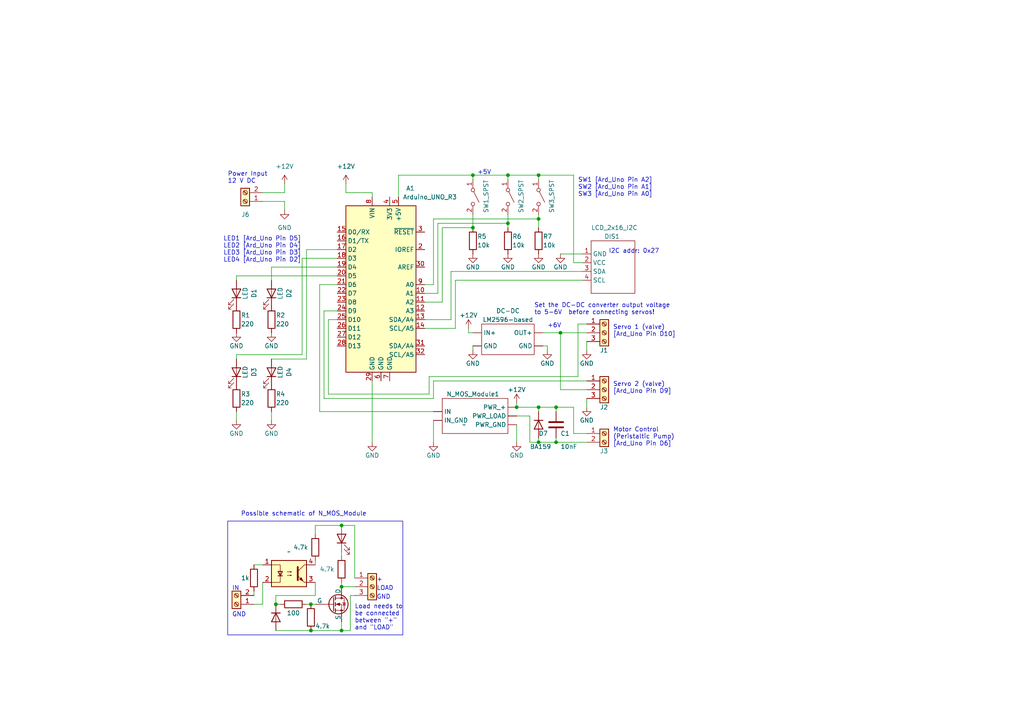
<source format=kicad_sch>
(kicad_sch (version 20230121) (generator eeschema)

  (uuid 98fb9dd5-9032-4e74-a7e3-1c629eb2089c)

  (paper "A4")

  (lib_symbols
    (symbol "Connector:Screw_Terminal_01x02" (pin_names (offset 1.016) hide) (in_bom yes) (on_board yes)
      (property "Reference" "J" (at 0 2.54 0)
        (effects (font (size 1.27 1.27)))
      )
      (property "Value" "Screw_Terminal_01x02" (at 0 -5.08 0)
        (effects (font (size 1.27 1.27)))
      )
      (property "Footprint" "" (at 0 0 0)
        (effects (font (size 1.27 1.27)) hide)
      )
      (property "Datasheet" "~" (at 0 0 0)
        (effects (font (size 1.27 1.27)) hide)
      )
      (property "ki_keywords" "screw terminal" (at 0 0 0)
        (effects (font (size 1.27 1.27)) hide)
      )
      (property "ki_description" "Generic screw terminal, single row, 01x02, script generated (kicad-library-utils/schlib/autogen/connector/)" (at 0 0 0)
        (effects (font (size 1.27 1.27)) hide)
      )
      (property "ki_fp_filters" "TerminalBlock*:*" (at 0 0 0)
        (effects (font (size 1.27 1.27)) hide)
      )
      (symbol "Screw_Terminal_01x02_1_1"
        (rectangle (start -1.27 1.27) (end 1.27 -3.81)
          (stroke (width 0.254) (type default))
          (fill (type background))
        )
        (circle (center 0 -2.54) (radius 0.635)
          (stroke (width 0.1524) (type default))
          (fill (type none))
        )
        (polyline
          (pts
            (xy -0.5334 -2.2098)
            (xy 0.3302 -3.048)
          )
          (stroke (width 0.1524) (type default))
          (fill (type none))
        )
        (polyline
          (pts
            (xy -0.5334 0.3302)
            (xy 0.3302 -0.508)
          )
          (stroke (width 0.1524) (type default))
          (fill (type none))
        )
        (polyline
          (pts
            (xy -0.3556 -2.032)
            (xy 0.508 -2.8702)
          )
          (stroke (width 0.1524) (type default))
          (fill (type none))
        )
        (polyline
          (pts
            (xy -0.3556 0.508)
            (xy 0.508 -0.3302)
          )
          (stroke (width 0.1524) (type default))
          (fill (type none))
        )
        (circle (center 0 0) (radius 0.635)
          (stroke (width 0.1524) (type default))
          (fill (type none))
        )
        (pin passive line (at -5.08 0 0) (length 3.81)
          (name "Pin_1" (effects (font (size 1.27 1.27))))
          (number "1" (effects (font (size 1.27 1.27))))
        )
        (pin passive line (at -5.08 -2.54 0) (length 3.81)
          (name "Pin_2" (effects (font (size 1.27 1.27))))
          (number "2" (effects (font (size 1.27 1.27))))
        )
      )
    )
    (symbol "Connector:Screw_Terminal_01x03" (pin_names (offset 1.016) hide) (in_bom yes) (on_board yes)
      (property "Reference" "J" (at 0 5.08 0)
        (effects (font (size 1.27 1.27)))
      )
      (property "Value" "Screw_Terminal_01x03" (at 0 -5.08 0)
        (effects (font (size 1.27 1.27)))
      )
      (property "Footprint" "" (at 0 0 0)
        (effects (font (size 1.27 1.27)) hide)
      )
      (property "Datasheet" "~" (at 0 0 0)
        (effects (font (size 1.27 1.27)) hide)
      )
      (property "ki_keywords" "screw terminal" (at 0 0 0)
        (effects (font (size 1.27 1.27)) hide)
      )
      (property "ki_description" "Generic screw terminal, single row, 01x03, script generated (kicad-library-utils/schlib/autogen/connector/)" (at 0 0 0)
        (effects (font (size 1.27 1.27)) hide)
      )
      (property "ki_fp_filters" "TerminalBlock*:*" (at 0 0 0)
        (effects (font (size 1.27 1.27)) hide)
      )
      (symbol "Screw_Terminal_01x03_1_1"
        (rectangle (start -1.27 3.81) (end 1.27 -3.81)
          (stroke (width 0.254) (type default))
          (fill (type background))
        )
        (circle (center 0 -2.54) (radius 0.635)
          (stroke (width 0.1524) (type default))
          (fill (type none))
        )
        (polyline
          (pts
            (xy -0.5334 -2.2098)
            (xy 0.3302 -3.048)
          )
          (stroke (width 0.1524) (type default))
          (fill (type none))
        )
        (polyline
          (pts
            (xy -0.5334 0.3302)
            (xy 0.3302 -0.508)
          )
          (stroke (width 0.1524) (type default))
          (fill (type none))
        )
        (polyline
          (pts
            (xy -0.5334 2.8702)
            (xy 0.3302 2.032)
          )
          (stroke (width 0.1524) (type default))
          (fill (type none))
        )
        (polyline
          (pts
            (xy -0.3556 -2.032)
            (xy 0.508 -2.8702)
          )
          (stroke (width 0.1524) (type default))
          (fill (type none))
        )
        (polyline
          (pts
            (xy -0.3556 0.508)
            (xy 0.508 -0.3302)
          )
          (stroke (width 0.1524) (type default))
          (fill (type none))
        )
        (polyline
          (pts
            (xy -0.3556 3.048)
            (xy 0.508 2.2098)
          )
          (stroke (width 0.1524) (type default))
          (fill (type none))
        )
        (circle (center 0 0) (radius 0.635)
          (stroke (width 0.1524) (type default))
          (fill (type none))
        )
        (circle (center 0 2.54) (radius 0.635)
          (stroke (width 0.1524) (type default))
          (fill (type none))
        )
        (pin passive line (at -5.08 2.54 0) (length 3.81)
          (name "Pin_1" (effects (font (size 1.27 1.27))))
          (number "1" (effects (font (size 1.27 1.27))))
        )
        (pin passive line (at -5.08 0 0) (length 3.81)
          (name "Pin_2" (effects (font (size 1.27 1.27))))
          (number "2" (effects (font (size 1.27 1.27))))
        )
        (pin passive line (at -5.08 -2.54 0) (length 3.81)
          (name "Pin_3" (effects (font (size 1.27 1.27))))
          (number "3" (effects (font (size 1.27 1.27))))
        )
      )
    )
    (symbol "Device:C" (pin_numbers hide) (pin_names (offset 0.254)) (in_bom yes) (on_board yes)
      (property "Reference" "C" (at 0.635 2.54 0)
        (effects (font (size 1.27 1.27)) (justify left))
      )
      (property "Value" "C" (at 0.635 -2.54 0)
        (effects (font (size 1.27 1.27)) (justify left))
      )
      (property "Footprint" "" (at 0.9652 -3.81 0)
        (effects (font (size 1.27 1.27)) hide)
      )
      (property "Datasheet" "~" (at 0 0 0)
        (effects (font (size 1.27 1.27)) hide)
      )
      (property "ki_keywords" "cap capacitor" (at 0 0 0)
        (effects (font (size 1.27 1.27)) hide)
      )
      (property "ki_description" "Unpolarized capacitor" (at 0 0 0)
        (effects (font (size 1.27 1.27)) hide)
      )
      (property "ki_fp_filters" "C_*" (at 0 0 0)
        (effects (font (size 1.27 1.27)) hide)
      )
      (symbol "C_0_1"
        (polyline
          (pts
            (xy -2.032 -0.762)
            (xy 2.032 -0.762)
          )
          (stroke (width 0.508) (type default))
          (fill (type none))
        )
        (polyline
          (pts
            (xy -2.032 0.762)
            (xy 2.032 0.762)
          )
          (stroke (width 0.508) (type default))
          (fill (type none))
        )
      )
      (symbol "C_1_1"
        (pin passive line (at 0 3.81 270) (length 2.794)
          (name "~" (effects (font (size 1.27 1.27))))
          (number "1" (effects (font (size 1.27 1.27))))
        )
        (pin passive line (at 0 -3.81 90) (length 2.794)
          (name "~" (effects (font (size 1.27 1.27))))
          (number "2" (effects (font (size 1.27 1.27))))
        )
      )
    )
    (symbol "Device:D" (pin_numbers hide) (pin_names (offset 1.016) hide) (in_bom yes) (on_board yes)
      (property "Reference" "D" (at 0 2.54 0)
        (effects (font (size 1.27 1.27)))
      )
      (property "Value" "D" (at 0 -2.54 0)
        (effects (font (size 1.27 1.27)))
      )
      (property "Footprint" "" (at 0 0 0)
        (effects (font (size 1.27 1.27)) hide)
      )
      (property "Datasheet" "~" (at 0 0 0)
        (effects (font (size 1.27 1.27)) hide)
      )
      (property "Sim.Device" "D" (at 0 0 0)
        (effects (font (size 1.27 1.27)) hide)
      )
      (property "Sim.Pins" "1=K 2=A" (at 0 0 0)
        (effects (font (size 1.27 1.27)) hide)
      )
      (property "ki_keywords" "diode" (at 0 0 0)
        (effects (font (size 1.27 1.27)) hide)
      )
      (property "ki_description" "Diode" (at 0 0 0)
        (effects (font (size 1.27 1.27)) hide)
      )
      (property "ki_fp_filters" "TO-???* *_Diode_* *SingleDiode* D_*" (at 0 0 0)
        (effects (font (size 1.27 1.27)) hide)
      )
      (symbol "D_0_1"
        (polyline
          (pts
            (xy -1.27 1.27)
            (xy -1.27 -1.27)
          )
          (stroke (width 0.254) (type default))
          (fill (type none))
        )
        (polyline
          (pts
            (xy 1.27 0)
            (xy -1.27 0)
          )
          (stroke (width 0) (type default))
          (fill (type none))
        )
        (polyline
          (pts
            (xy 1.27 1.27)
            (xy 1.27 -1.27)
            (xy -1.27 0)
            (xy 1.27 1.27)
          )
          (stroke (width 0.254) (type default))
          (fill (type none))
        )
      )
      (symbol "D_1_1"
        (pin passive line (at -3.81 0 0) (length 2.54)
          (name "K" (effects (font (size 1.27 1.27))))
          (number "1" (effects (font (size 1.27 1.27))))
        )
        (pin passive line (at 3.81 0 180) (length 2.54)
          (name "A" (effects (font (size 1.27 1.27))))
          (number "2" (effects (font (size 1.27 1.27))))
        )
      )
    )
    (symbol "Device:LED" (pin_numbers hide) (pin_names (offset 1.016) hide) (in_bom yes) (on_board yes)
      (property "Reference" "D" (at 0 2.54 0)
        (effects (font (size 1.27 1.27)))
      )
      (property "Value" "LED" (at 0 -2.54 0)
        (effects (font (size 1.27 1.27)))
      )
      (property "Footprint" "" (at 0 0 0)
        (effects (font (size 1.27 1.27)) hide)
      )
      (property "Datasheet" "~" (at 0 0 0)
        (effects (font (size 1.27 1.27)) hide)
      )
      (property "ki_keywords" "LED diode" (at 0 0 0)
        (effects (font (size 1.27 1.27)) hide)
      )
      (property "ki_description" "Light emitting diode" (at 0 0 0)
        (effects (font (size 1.27 1.27)) hide)
      )
      (property "ki_fp_filters" "LED* LED_SMD:* LED_THT:*" (at 0 0 0)
        (effects (font (size 1.27 1.27)) hide)
      )
      (symbol "LED_0_1"
        (polyline
          (pts
            (xy -1.27 -1.27)
            (xy -1.27 1.27)
          )
          (stroke (width 0.254) (type default))
          (fill (type none))
        )
        (polyline
          (pts
            (xy -1.27 0)
            (xy 1.27 0)
          )
          (stroke (width 0) (type default))
          (fill (type none))
        )
        (polyline
          (pts
            (xy 1.27 -1.27)
            (xy 1.27 1.27)
            (xy -1.27 0)
            (xy 1.27 -1.27)
          )
          (stroke (width 0.254) (type default))
          (fill (type none))
        )
        (polyline
          (pts
            (xy -3.048 -0.762)
            (xy -4.572 -2.286)
            (xy -3.81 -2.286)
            (xy -4.572 -2.286)
            (xy -4.572 -1.524)
          )
          (stroke (width 0) (type default))
          (fill (type none))
        )
        (polyline
          (pts
            (xy -1.778 -0.762)
            (xy -3.302 -2.286)
            (xy -2.54 -2.286)
            (xy -3.302 -2.286)
            (xy -3.302 -1.524)
          )
          (stroke (width 0) (type default))
          (fill (type none))
        )
      )
      (symbol "LED_1_1"
        (pin passive line (at -3.81 0 0) (length 2.54)
          (name "K" (effects (font (size 1.27 1.27))))
          (number "1" (effects (font (size 1.27 1.27))))
        )
        (pin passive line (at 3.81 0 180) (length 2.54)
          (name "A" (effects (font (size 1.27 1.27))))
          (number "2" (effects (font (size 1.27 1.27))))
        )
      )
    )
    (symbol "Device:R" (pin_numbers hide) (pin_names (offset 0)) (in_bom yes) (on_board yes)
      (property "Reference" "R" (at 2.032 0 90)
        (effects (font (size 1.27 1.27)))
      )
      (property "Value" "R" (at 0 0 90)
        (effects (font (size 1.27 1.27)))
      )
      (property "Footprint" "" (at -1.778 0 90)
        (effects (font (size 1.27 1.27)) hide)
      )
      (property "Datasheet" "~" (at 0 0 0)
        (effects (font (size 1.27 1.27)) hide)
      )
      (property "ki_keywords" "R res resistor" (at 0 0 0)
        (effects (font (size 1.27 1.27)) hide)
      )
      (property "ki_description" "Resistor" (at 0 0 0)
        (effects (font (size 1.27 1.27)) hide)
      )
      (property "ki_fp_filters" "R_*" (at 0 0 0)
        (effects (font (size 1.27 1.27)) hide)
      )
      (symbol "R_0_1"
        (rectangle (start -1.016 -2.54) (end 1.016 2.54)
          (stroke (width 0.254) (type default))
          (fill (type none))
        )
      )
      (symbol "R_1_1"
        (pin passive line (at 0 3.81 270) (length 1.27)
          (name "~" (effects (font (size 1.27 1.27))))
          (number "1" (effects (font (size 1.27 1.27))))
        )
        (pin passive line (at 0 -3.81 90) (length 1.27)
          (name "~" (effects (font (size 1.27 1.27))))
          (number "2" (effects (font (size 1.27 1.27))))
        )
      )
    )
    (symbol "EL817_1" (pin_names (offset 1.016)) (in_bom yes) (on_board yes)
      (property "Reference" "U" (at -5.08 5.08 0)
        (effects (font (size 1.27 1.27)) (justify left))
      )
      (property "Value" "EL817" (at 0 5.08 0)
        (effects (font (size 1.27 1.27)) (justify left))
      )
      (property "Footprint" "Package_DIP:DIP-4_W7.62mm" (at -5.08 -5.08 0)
        (effects (font (size 1.27 1.27) italic) (justify left) hide)
      )
      (property "Datasheet" "http://www.everlight.com/file/ProductFile/EL817.pdf" (at 0 0 0)
        (effects (font (size 1.27 1.27)) (justify left) hide)
      )
      (property "ki_keywords" "NPN DC Optocoupler" (at 0 0 0)
        (effects (font (size 1.27 1.27)) hide)
      )
      (property "ki_description" "DC Optocoupler, Vce 35V, DIP-4" (at 0 0 0)
        (effects (font (size 1.27 1.27)) hide)
      )
      (property "ki_fp_filters" "DIP*W7.62mm*" (at 0 0 0)
        (effects (font (size 1.27 1.27)) hide)
      )
      (symbol "EL817_1_0_1"
        (rectangle (start -5.08 3.81) (end 5.08 -3.81)
          (stroke (width 0.254) (type default))
          (fill (type background))
        )
        (polyline
          (pts
            (xy -3.175 -0.635)
            (xy -1.905 -0.635)
          )
          (stroke (width 0.254) (type default))
          (fill (type none))
        )
        (polyline
          (pts
            (xy 2.54 0.635)
            (xy 4.445 2.54)
          )
          (stroke (width 0) (type default))
          (fill (type none))
        )
        (polyline
          (pts
            (xy 4.445 -2.54)
            (xy 2.54 -0.635)
          )
          (stroke (width 0) (type default))
          (fill (type outline))
        )
        (polyline
          (pts
            (xy 4.445 -2.54)
            (xy 5.08 -2.54)
          )
          (stroke (width 0) (type default))
          (fill (type none))
        )
        (polyline
          (pts
            (xy 4.445 2.54)
            (xy 5.08 2.54)
          )
          (stroke (width 0) (type default))
          (fill (type none))
        )
        (polyline
          (pts
            (xy -5.08 2.54)
            (xy -2.54 2.54)
            (xy -2.54 -0.635)
          )
          (stroke (width 0) (type default))
          (fill (type none))
        )
        (polyline
          (pts
            (xy -2.54 -0.635)
            (xy -2.54 -2.54)
            (xy -5.08 -2.54)
          )
          (stroke (width 0) (type default))
          (fill (type none))
        )
        (polyline
          (pts
            (xy 2.54 1.905)
            (xy 2.54 -1.905)
            (xy 2.54 -1.905)
          )
          (stroke (width 0.508) (type default))
          (fill (type none))
        )
        (polyline
          (pts
            (xy -2.54 -0.635)
            (xy -3.175 0.635)
            (xy -1.905 0.635)
            (xy -2.54 -0.635)
          )
          (stroke (width 0.254) (type default))
          (fill (type none))
        )
        (polyline
          (pts
            (xy -0.508 -0.508)
            (xy 0.762 -0.508)
            (xy 0.381 -0.635)
            (xy 0.381 -0.381)
            (xy 0.762 -0.508)
          )
          (stroke (width 0) (type default))
          (fill (type none))
        )
        (polyline
          (pts
            (xy -0.508 0.508)
            (xy 0.762 0.508)
            (xy 0.381 0.381)
            (xy 0.381 0.635)
            (xy 0.762 0.508)
          )
          (stroke (width 0) (type default))
          (fill (type none))
        )
        (polyline
          (pts
            (xy 3.048 -1.651)
            (xy 3.556 -1.143)
            (xy 4.064 -2.159)
            (xy 3.048 -1.651)
            (xy 3.048 -1.651)
          )
          (stroke (width 0) (type default))
          (fill (type outline))
        )
      )
      (symbol "EL817_1_1_1"
        (pin passive line (at -7.62 2.54 0) (length 2.54)
          (name "~" (effects (font (size 1.27 1.27))))
          (number "1" (effects (font (size 1.27 1.27))))
        )
        (pin passive line (at -7.62 -2.54 0) (length 2.54)
          (name "~" (effects (font (size 1.27 1.27))))
          (number "2" (effects (font (size 1.27 1.27))))
        )
        (pin passive line (at 7.62 -2.54 180) (length 2.54)
          (name "~" (effects (font (size 1.27 1.27))))
          (number "3" (effects (font (size 1.27 1.27))))
        )
        (pin passive line (at 7.62 2.54 180) (length 2.54)
          (name "~" (effects (font (size 1.27 1.27))))
          (number "4" (effects (font (size 1.27 1.27))))
        )
      )
    )
    (symbol "HH_custom_Librarary:LCD_2x16_HD44780_I2C" (in_bom yes) (on_board yes)
      (property "Reference" "DIS" (at 1.27 3.81 0)
        (effects (font (size 1.27 1.27)))
      )
      (property "Value" "LCD_2x16_I2C" (at 1.27 -6.35 90)
        (effects (font (size 1.27 1.27)))
      )
      (property "Footprint" "" (at 0 0 0)
        (effects (font (size 1.27 1.27)) hide)
      )
      (property "Datasheet" "" (at 0 0 0)
        (effects (font (size 1.27 1.27)) hide)
      )
      (symbol "LCD_2x16_HD44780_I2C_0_1"
        (rectangle (start -5.08 1.27) (end 7.62 -13.97)
          (stroke (width 0) (type default))
          (fill (type none))
        )
      )
      (symbol "LCD_2x16_HD44780_I2C_1_1"
        (pin power_in line (at -7.62 -2.54 0) (length 2.54)
          (name "GND" (effects (font (size 1.27 1.27))))
          (number "1" (effects (font (size 1.27 1.27))))
        )
        (pin power_in line (at -7.62 -5.08 0) (length 2.54)
          (name "VCC" (effects (font (size 1.27 1.27))))
          (number "2" (effects (font (size 1.27 1.27))))
        )
        (pin input line (at -7.62 -7.62 0) (length 2.54)
          (name "SDA" (effects (font (size 1.27 1.27))))
          (number "3" (effects (font (size 1.27 1.27))))
        )
        (pin input line (at -7.62 -10.16 0) (length 2.54)
          (name "SCL" (effects (font (size 1.27 1.27))))
          (number "4" (effects (font (size 1.27 1.27))))
        )
      )
    )
    (symbol "HH_custom_Librarary:MOSFET_Module" (in_bom yes) (on_board yes)
      (property "Reference" "N_MOS_MODULE" (at 1.27 8.89 0)
        (effects (font (size 1.27 1.27)))
      )
      (property "Value" "" (at 0 0 0)
        (effects (font (size 1.27 1.27)))
      )
      (property "Footprint" "" (at 0 0 0)
        (effects (font (size 1.27 1.27)) hide)
      )
      (property "Datasheet" "" (at 0 0 0)
        (effects (font (size 1.27 1.27)) hide)
      )
      (symbol "MOSFET_Module_0_1"
        (rectangle (start -6.35 7.62) (end 12.7 -2.54)
          (stroke (width 0) (type default))
          (fill (type none))
        )
      )
      (symbol "MOSFET_Module_1_1"
        (pin input line (at -8.89 3.81 0) (length 2.54)
          (name "IN" (effects (font (size 1.27 1.27))))
          (number "" (effects (font (size 1.27 1.27))))
        )
        (pin input line (at -8.89 1.27 0) (length 2.54)
          (name "IN_GND" (effects (font (size 1.27 1.27))))
          (number "" (effects (font (size 1.27 1.27))))
        )
        (pin power_in line (at 15.24 5.08 180) (length 2.54)
          (name "PWR_+" (effects (font (size 1.27 1.27))))
          (number "" (effects (font (size 1.27 1.27))))
        )
        (pin power_in line (at 15.24 0 180) (length 2.54)
          (name "PWR_GND" (effects (font (size 1.27 1.27))))
          (number "" (effects (font (size 1.27 1.27))))
        )
        (pin power_out line (at 15.24 2.54 180) (length 2.54)
          (name "PWR_LOAD" (effects (font (size 1.27 1.27))))
          (number "" (effects (font (size 1.27 1.27))))
        )
      )
    )
    (symbol "HH_custom_Librarary:StepDown_DC_DC_converter" (in_bom yes) (on_board yes)
      (property "Reference" "DC_DC" (at -12.7 8.89 0)
        (effects (font (size 1.27 1.27)))
      )
      (property "Value" "" (at -1.27 0 0)
        (effects (font (size 1.27 1.27)))
      )
      (property "Footprint" "" (at -1.27 0 0)
        (effects (font (size 1.27 1.27)) hide)
      )
      (property "Datasheet" "" (at -1.27 0 0)
        (effects (font (size 1.27 1.27)) hide)
      )
      (symbol "StepDown_DC_DC_converter_0_1"
        (rectangle (start -17.78 6.35) (end -2.54 -2.54)
          (stroke (width 0) (type default))
          (fill (type none))
        )
      )
      (symbol "StepDown_DC_DC_converter_1_1"
        (pin input line (at -20.32 0 0) (length 2.54)
          (name "GND" (effects (font (size 1.27 1.27))))
          (number "" (effects (font (size 1.27 1.27))))
        )
        (pin output line (at 0 0 180) (length 2.54)
          (name "GND" (effects (font (size 1.27 1.27))))
          (number "" (effects (font (size 1.27 1.27))))
        )
        (pin input line (at -20.32 3.81 0) (length 2.54)
          (name "IN+" (effects (font (size 1.27 1.27))))
          (number "" (effects (font (size 1.27 1.27))))
        )
        (pin output line (at 0 3.81 180) (length 2.54)
          (name "OUT+" (effects (font (size 1.27 1.27))))
          (number "" (effects (font (size 1.27 1.27))))
        )
      )
    )
    (symbol "MCU_Module:Arduino_UNO_R3" (in_bom yes) (on_board yes)
      (property "Reference" "A" (at -10.16 23.495 0)
        (effects (font (size 1.27 1.27)) (justify left bottom))
      )
      (property "Value" "Arduino_UNO_R3" (at 5.08 -26.67 0)
        (effects (font (size 1.27 1.27)) (justify left top))
      )
      (property "Footprint" "Module:Arduino_UNO_R3" (at 0 0 0)
        (effects (font (size 1.27 1.27) italic) hide)
      )
      (property "Datasheet" "https://www.arduino.cc/en/Main/arduinoBoardUno" (at 0 0 0)
        (effects (font (size 1.27 1.27)) hide)
      )
      (property "ki_keywords" "Arduino UNO R3 Microcontroller Module Atmel AVR USB" (at 0 0 0)
        (effects (font (size 1.27 1.27)) hide)
      )
      (property "ki_description" "Arduino UNO Microcontroller Module, release 3" (at 0 0 0)
        (effects (font (size 1.27 1.27)) hide)
      )
      (property "ki_fp_filters" "Arduino*UNO*R3*" (at 0 0 0)
        (effects (font (size 1.27 1.27)) hide)
      )
      (symbol "Arduino_UNO_R3_0_1"
        (rectangle (start -10.16 22.86) (end 10.16 -25.4)
          (stroke (width 0.254) (type default))
          (fill (type background))
        )
      )
      (symbol "Arduino_UNO_R3_1_1"
        (pin no_connect line (at -10.16 -20.32 0) (length 2.54) hide
          (name "NC" (effects (font (size 1.27 1.27))))
          (number "1" (effects (font (size 1.27 1.27))))
        )
        (pin bidirectional line (at 12.7 -2.54 180) (length 2.54)
          (name "A1" (effects (font (size 1.27 1.27))))
          (number "10" (effects (font (size 1.27 1.27))))
        )
        (pin bidirectional line (at 12.7 -5.08 180) (length 2.54)
          (name "A2" (effects (font (size 1.27 1.27))))
          (number "11" (effects (font (size 1.27 1.27))))
        )
        (pin bidirectional line (at 12.7 -7.62 180) (length 2.54)
          (name "A3" (effects (font (size 1.27 1.27))))
          (number "12" (effects (font (size 1.27 1.27))))
        )
        (pin bidirectional line (at 12.7 -10.16 180) (length 2.54)
          (name "SDA/A4" (effects (font (size 1.27 1.27))))
          (number "13" (effects (font (size 1.27 1.27))))
        )
        (pin bidirectional line (at 12.7 -12.7 180) (length 2.54)
          (name "SCL/A5" (effects (font (size 1.27 1.27))))
          (number "14" (effects (font (size 1.27 1.27))))
        )
        (pin bidirectional line (at -12.7 15.24 0) (length 2.54)
          (name "D0/RX" (effects (font (size 1.27 1.27))))
          (number "15" (effects (font (size 1.27 1.27))))
        )
        (pin bidirectional line (at -12.7 12.7 0) (length 2.54)
          (name "D1/TX" (effects (font (size 1.27 1.27))))
          (number "16" (effects (font (size 1.27 1.27))))
        )
        (pin bidirectional line (at -12.7 10.16 0) (length 2.54)
          (name "D2" (effects (font (size 1.27 1.27))))
          (number "17" (effects (font (size 1.27 1.27))))
        )
        (pin bidirectional line (at -12.7 7.62 0) (length 2.54)
          (name "D3" (effects (font (size 1.27 1.27))))
          (number "18" (effects (font (size 1.27 1.27))))
        )
        (pin bidirectional line (at -12.7 5.08 0) (length 2.54)
          (name "D4" (effects (font (size 1.27 1.27))))
          (number "19" (effects (font (size 1.27 1.27))))
        )
        (pin output line (at 12.7 10.16 180) (length 2.54)
          (name "IOREF" (effects (font (size 1.27 1.27))))
          (number "2" (effects (font (size 1.27 1.27))))
        )
        (pin bidirectional line (at -12.7 2.54 0) (length 2.54)
          (name "D5" (effects (font (size 1.27 1.27))))
          (number "20" (effects (font (size 1.27 1.27))))
        )
        (pin bidirectional line (at -12.7 0 0) (length 2.54)
          (name "D6" (effects (font (size 1.27 1.27))))
          (number "21" (effects (font (size 1.27 1.27))))
        )
        (pin bidirectional line (at -12.7 -2.54 0) (length 2.54)
          (name "D7" (effects (font (size 1.27 1.27))))
          (number "22" (effects (font (size 1.27 1.27))))
        )
        (pin bidirectional line (at -12.7 -5.08 0) (length 2.54)
          (name "D8" (effects (font (size 1.27 1.27))))
          (number "23" (effects (font (size 1.27 1.27))))
        )
        (pin bidirectional line (at -12.7 -7.62 0) (length 2.54)
          (name "D9" (effects (font (size 1.27 1.27))))
          (number "24" (effects (font (size 1.27 1.27))))
        )
        (pin bidirectional line (at -12.7 -10.16 0) (length 2.54)
          (name "D10" (effects (font (size 1.27 1.27))))
          (number "25" (effects (font (size 1.27 1.27))))
        )
        (pin bidirectional line (at -12.7 -12.7 0) (length 2.54)
          (name "D11" (effects (font (size 1.27 1.27))))
          (number "26" (effects (font (size 1.27 1.27))))
        )
        (pin bidirectional line (at -12.7 -15.24 0) (length 2.54)
          (name "D12" (effects (font (size 1.27 1.27))))
          (number "27" (effects (font (size 1.27 1.27))))
        )
        (pin bidirectional line (at -12.7 -17.78 0) (length 2.54)
          (name "D13" (effects (font (size 1.27 1.27))))
          (number "28" (effects (font (size 1.27 1.27))))
        )
        (pin power_in line (at -2.54 -27.94 90) (length 2.54)
          (name "GND" (effects (font (size 1.27 1.27))))
          (number "29" (effects (font (size 1.27 1.27))))
        )
        (pin input line (at 12.7 15.24 180) (length 2.54)
          (name "~{RESET}" (effects (font (size 1.27 1.27))))
          (number "3" (effects (font (size 1.27 1.27))))
        )
        (pin input line (at 12.7 5.08 180) (length 2.54)
          (name "AREF" (effects (font (size 1.27 1.27))))
          (number "30" (effects (font (size 1.27 1.27))))
        )
        (pin bidirectional line (at 12.7 -17.78 180) (length 2.54)
          (name "SDA/A4" (effects (font (size 1.27 1.27))))
          (number "31" (effects (font (size 1.27 1.27))))
        )
        (pin bidirectional line (at 12.7 -20.32 180) (length 2.54)
          (name "SCL/A5" (effects (font (size 1.27 1.27))))
          (number "32" (effects (font (size 1.27 1.27))))
        )
        (pin power_out line (at 2.54 25.4 270) (length 2.54)
          (name "3V3" (effects (font (size 1.27 1.27))))
          (number "4" (effects (font (size 1.27 1.27))))
        )
        (pin power_out line (at 5.08 25.4 270) (length 2.54)
          (name "+5V" (effects (font (size 1.27 1.27))))
          (number "5" (effects (font (size 1.27 1.27))))
        )
        (pin power_in line (at 0 -27.94 90) (length 2.54)
          (name "GND" (effects (font (size 1.27 1.27))))
          (number "6" (effects (font (size 1.27 1.27))))
        )
        (pin power_in line (at 2.54 -27.94 90) (length 2.54)
          (name "GND" (effects (font (size 1.27 1.27))))
          (number "7" (effects (font (size 1.27 1.27))))
        )
        (pin power_in line (at -2.54 25.4 270) (length 2.54)
          (name "VIN" (effects (font (size 1.27 1.27))))
          (number "8" (effects (font (size 1.27 1.27))))
        )
        (pin bidirectional line (at 12.7 0 180) (length 2.54)
          (name "A0" (effects (font (size 1.27 1.27))))
          (number "9" (effects (font (size 1.27 1.27))))
        )
      )
    )
    (symbol "Simulation_SPICE:NMOS" (pin_numbers hide) (pin_names (offset 0)) (in_bom yes) (on_board yes)
      (property "Reference" "Q" (at 5.08 1.27 0)
        (effects (font (size 1.27 1.27)) (justify left))
      )
      (property "Value" "NMOS" (at 5.08 -1.27 0)
        (effects (font (size 1.27 1.27)) (justify left))
      )
      (property "Footprint" "" (at 5.08 2.54 0)
        (effects (font (size 1.27 1.27)) hide)
      )
      (property "Datasheet" "https://ngspice.sourceforge.io/docs/ngspice-manual.pdf" (at 0 -12.7 0)
        (effects (font (size 1.27 1.27)) hide)
      )
      (property "Sim.Device" "NMOS" (at 0 -17.145 0)
        (effects (font (size 1.27 1.27)) hide)
      )
      (property "Sim.Type" "VDMOS" (at 0 -19.05 0)
        (effects (font (size 1.27 1.27)) hide)
      )
      (property "Sim.Pins" "1=D 2=G 3=S" (at 0 -15.24 0)
        (effects (font (size 1.27 1.27)) hide)
      )
      (property "ki_keywords" "transistor NMOS N-MOS N-MOSFET simulation" (at 0 0 0)
        (effects (font (size 1.27 1.27)) hide)
      )
      (property "ki_description" "N-MOSFET transistor, drain/source/gate" (at 0 0 0)
        (effects (font (size 1.27 1.27)) hide)
      )
      (symbol "NMOS_0_1"
        (polyline
          (pts
            (xy 0.254 0)
            (xy -2.54 0)
          )
          (stroke (width 0) (type default))
          (fill (type none))
        )
        (polyline
          (pts
            (xy 0.254 1.905)
            (xy 0.254 -1.905)
          )
          (stroke (width 0.254) (type default))
          (fill (type none))
        )
        (polyline
          (pts
            (xy 0.762 -1.27)
            (xy 0.762 -2.286)
          )
          (stroke (width 0.254) (type default))
          (fill (type none))
        )
        (polyline
          (pts
            (xy 0.762 0.508)
            (xy 0.762 -0.508)
          )
          (stroke (width 0.254) (type default))
          (fill (type none))
        )
        (polyline
          (pts
            (xy 0.762 2.286)
            (xy 0.762 1.27)
          )
          (stroke (width 0.254) (type default))
          (fill (type none))
        )
        (polyline
          (pts
            (xy 2.54 2.54)
            (xy 2.54 1.778)
          )
          (stroke (width 0) (type default))
          (fill (type none))
        )
        (polyline
          (pts
            (xy 2.54 -2.54)
            (xy 2.54 0)
            (xy 0.762 0)
          )
          (stroke (width 0) (type default))
          (fill (type none))
        )
        (polyline
          (pts
            (xy 0.762 -1.778)
            (xy 3.302 -1.778)
            (xy 3.302 1.778)
            (xy 0.762 1.778)
          )
          (stroke (width 0) (type default))
          (fill (type none))
        )
        (polyline
          (pts
            (xy 1.016 0)
            (xy 2.032 0.381)
            (xy 2.032 -0.381)
            (xy 1.016 0)
          )
          (stroke (width 0) (type default))
          (fill (type outline))
        )
        (polyline
          (pts
            (xy 2.794 0.508)
            (xy 2.921 0.381)
            (xy 3.683 0.381)
            (xy 3.81 0.254)
          )
          (stroke (width 0) (type default))
          (fill (type none))
        )
        (polyline
          (pts
            (xy 3.302 0.381)
            (xy 2.921 -0.254)
            (xy 3.683 -0.254)
            (xy 3.302 0.381)
          )
          (stroke (width 0) (type default))
          (fill (type none))
        )
        (circle (center 1.651 0) (radius 2.794)
          (stroke (width 0.254) (type default))
          (fill (type none))
        )
        (circle (center 2.54 -1.778) (radius 0.254)
          (stroke (width 0) (type default))
          (fill (type outline))
        )
        (circle (center 2.54 1.778) (radius 0.254)
          (stroke (width 0) (type default))
          (fill (type outline))
        )
      )
      (symbol "NMOS_1_1"
        (pin passive line (at 2.54 5.08 270) (length 2.54)
          (name "D" (effects (font (size 1.27 1.27))))
          (number "1" (effects (font (size 1.27 1.27))))
        )
        (pin input line (at -5.08 0 0) (length 2.54)
          (name "G" (effects (font (size 1.27 1.27))))
          (number "2" (effects (font (size 1.27 1.27))))
        )
        (pin passive line (at 2.54 -5.08 90) (length 2.54)
          (name "S" (effects (font (size 1.27 1.27))))
          (number "3" (effects (font (size 1.27 1.27))))
        )
      )
    )
    (symbol "Switch:SW_SPST" (pin_names (offset 0) hide) (in_bom yes) (on_board yes)
      (property "Reference" "SW" (at 0 3.175 0)
        (effects (font (size 1.27 1.27)))
      )
      (property "Value" "SW_SPST" (at 0 -2.54 0)
        (effects (font (size 1.27 1.27)))
      )
      (property "Footprint" "" (at 0 0 0)
        (effects (font (size 1.27 1.27)) hide)
      )
      (property "Datasheet" "~" (at 0 0 0)
        (effects (font (size 1.27 1.27)) hide)
      )
      (property "ki_keywords" "switch lever" (at 0 0 0)
        (effects (font (size 1.27 1.27)) hide)
      )
      (property "ki_description" "Single Pole Single Throw (SPST) switch" (at 0 0 0)
        (effects (font (size 1.27 1.27)) hide)
      )
      (symbol "SW_SPST_0_0"
        (circle (center -2.032 0) (radius 0.508)
          (stroke (width 0) (type default))
          (fill (type none))
        )
        (polyline
          (pts
            (xy -1.524 0.254)
            (xy 1.524 1.778)
          )
          (stroke (width 0) (type default))
          (fill (type none))
        )
        (circle (center 2.032 0) (radius 0.508)
          (stroke (width 0) (type default))
          (fill (type none))
        )
      )
      (symbol "SW_SPST_1_1"
        (pin passive line (at -5.08 0 0) (length 2.54)
          (name "A" (effects (font (size 1.27 1.27))))
          (number "1" (effects (font (size 1.27 1.27))))
        )
        (pin passive line (at 5.08 0 180) (length 2.54)
          (name "B" (effects (font (size 1.27 1.27))))
          (number "2" (effects (font (size 1.27 1.27))))
        )
      )
    )
    (symbol "power:+12V" (power) (pin_names (offset 0)) (in_bom yes) (on_board yes)
      (property "Reference" "#PWR" (at 0 -3.81 0)
        (effects (font (size 1.27 1.27)) hide)
      )
      (property "Value" "+12V" (at 0 3.556 0)
        (effects (font (size 1.27 1.27)))
      )
      (property "Footprint" "" (at 0 0 0)
        (effects (font (size 1.27 1.27)) hide)
      )
      (property "Datasheet" "" (at 0 0 0)
        (effects (font (size 1.27 1.27)) hide)
      )
      (property "ki_keywords" "global power" (at 0 0 0)
        (effects (font (size 1.27 1.27)) hide)
      )
      (property "ki_description" "Power symbol creates a global label with name \"+12V\"" (at 0 0 0)
        (effects (font (size 1.27 1.27)) hide)
      )
      (symbol "+12V_0_1"
        (polyline
          (pts
            (xy -0.762 1.27)
            (xy 0 2.54)
          )
          (stroke (width 0) (type default))
          (fill (type none))
        )
        (polyline
          (pts
            (xy 0 0)
            (xy 0 2.54)
          )
          (stroke (width 0) (type default))
          (fill (type none))
        )
        (polyline
          (pts
            (xy 0 2.54)
            (xy 0.762 1.27)
          )
          (stroke (width 0) (type default))
          (fill (type none))
        )
      )
      (symbol "+12V_1_1"
        (pin power_in line (at 0 0 90) (length 0) hide
          (name "+12V" (effects (font (size 1.27 1.27))))
          (number "1" (effects (font (size 1.27 1.27))))
        )
      )
    )
    (symbol "power:GND" (power) (pin_names (offset 0)) (in_bom yes) (on_board yes)
      (property "Reference" "#PWR" (at 0 -6.35 0)
        (effects (font (size 1.27 1.27)) hide)
      )
      (property "Value" "GND" (at 0 -3.81 0)
        (effects (font (size 1.27 1.27)))
      )
      (property "Footprint" "" (at 0 0 0)
        (effects (font (size 1.27 1.27)) hide)
      )
      (property "Datasheet" "" (at 0 0 0)
        (effects (font (size 1.27 1.27)) hide)
      )
      (property "ki_keywords" "global power" (at 0 0 0)
        (effects (font (size 1.27 1.27)) hide)
      )
      (property "ki_description" "Power symbol creates a global label with name \"GND\" , ground" (at 0 0 0)
        (effects (font (size 1.27 1.27)) hide)
      )
      (symbol "GND_0_1"
        (polyline
          (pts
            (xy 0 0)
            (xy 0 -1.27)
            (xy 1.27 -1.27)
            (xy 0 -2.54)
            (xy -1.27 -1.27)
            (xy 0 -1.27)
          )
          (stroke (width 0) (type default))
          (fill (type none))
        )
      )
      (symbol "GND_1_1"
        (pin power_in line (at 0 0 270) (length 0) hide
          (name "GND" (effects (font (size 1.27 1.27))))
          (number "1" (effects (font (size 1.27 1.27))))
        )
      )
    )
  )

  (junction (at 161.29 118.11) (diameter 0) (color 0 0 0 0)
    (uuid 048f1222-83b3-4da0-bf26-e1d6909055e0)
  )
  (junction (at 137.16 50.8) (diameter 0) (color 0 0 0 0)
    (uuid 065d407e-5f95-41a8-b1eb-f907558f6ae1)
  )
  (junction (at 137.16 66.04) (diameter 0) (color 0 0 0 0)
    (uuid 078b7675-d04b-4eb2-8545-b318a63f5472)
  )
  (junction (at 99.06 170.18) (diameter 0) (color 0 0 0 0)
    (uuid 14b49c6e-6c4e-4ceb-9726-815486d8ba02)
  )
  (junction (at 156.21 50.8) (diameter 0) (color 0 0 0 0)
    (uuid 1d38160f-d200-445f-8f63-3b4dd499a493)
  )
  (junction (at 147.32 64.77) (diameter 0) (color 0 0 0 0)
    (uuid 2c90c900-11b2-4eeb-9a93-9255f8b2e8e2)
  )
  (junction (at 156.21 63.5) (diameter 0) (color 0 0 0 0)
    (uuid 3285c899-9224-4faa-b844-29323a76dc63)
  )
  (junction (at 90.17 175.26) (diameter 0) (color 0 0 0 0)
    (uuid 44434b42-fb04-4f84-8520-ff9116dd351d)
  )
  (junction (at 162.56 96.52) (diameter 0) (color 0 0 0 0)
    (uuid 59c8b484-8319-4cd5-b280-a0523f6677dc)
  )
  (junction (at 161.29 128.27) (diameter 0) (color 0 0 0 0)
    (uuid 5d306036-096c-4276-a2fa-6e582aed2894)
  )
  (junction (at 147.32 50.8) (diameter 0) (color 0 0 0 0)
    (uuid 6faf696d-7751-4690-972a-ed88a4f7e34a)
  )
  (junction (at 99.06 182.88) (diameter 0) (color 0 0 0 0)
    (uuid 70283eaa-bd46-4773-a51e-b8b640bf8966)
  )
  (junction (at 99.06 152.4) (diameter 0) (color 0 0 0 0)
    (uuid 75778d21-2111-4a44-a4ad-9dd45d0102d6)
  )
  (junction (at 156.21 128.27) (diameter 0) (color 0 0 0 0)
    (uuid 84ecf676-9fcf-474b-b0dc-720abedc7704)
  )
  (junction (at 80.01 175.26) (diameter 0) (color 0 0 0 0)
    (uuid a4843477-9a6e-4ea6-a639-a5fc603ca97f)
  )
  (junction (at 90.17 182.88) (diameter 0) (color 0 0 0 0)
    (uuid b0590be2-0939-4942-8d33-1d14a09316f6)
  )
  (junction (at 156.21 118.11) (diameter 0) (color 0 0 0 0)
    (uuid b0ef6216-d6b2-4f1e-87d8-33e86bfcd55b)
  )
  (junction (at 149.86 118.11) (diameter 0) (color 0 0 0 0)
    (uuid c1e5364e-2659-45bb-96de-b6fc94cdf24a)
  )

  (wire (pts (xy 127 64.77) (xy 147.32 64.77))
    (stroke (width 0) (type default))
    (uuid 00672a85-4466-422a-b053-6852a73c1128)
  )
  (wire (pts (xy 107.95 55.88) (xy 107.95 57.15))
    (stroke (width 0) (type default))
    (uuid 05593e23-d9ea-4530-8bde-9a46d1ba7be1)
  )
  (wire (pts (xy 166.37 125.73) (xy 166.37 118.11))
    (stroke (width 0) (type default))
    (uuid 070627dc-e025-4956-b24e-4b285fb7205c)
  )
  (wire (pts (xy 161.29 128.27) (xy 170.18 128.27))
    (stroke (width 0) (type default))
    (uuid 087f4c1c-16b3-4c7a-a863-81ec76228f02)
  )
  (wire (pts (xy 78.74 77.47) (xy 97.79 77.47))
    (stroke (width 0) (type default))
    (uuid 09f584c6-6a64-45ad-9773-9620474c98c8)
  )
  (wire (pts (xy 93.98 115.57) (xy 125.73 115.57))
    (stroke (width 0) (type default))
    (uuid 0f04c8ad-0e4b-4df9-add6-290a5f774b3b)
  )
  (wire (pts (xy 127 85.09) (xy 123.19 85.09))
    (stroke (width 0) (type default))
    (uuid 10a007ad-d9e5-4b7c-9bb3-def7c7c76e94)
  )
  (wire (pts (xy 130.81 78.74) (xy 168.91 78.74))
    (stroke (width 0) (type default))
    (uuid 110fe21e-23df-439a-abc0-2b65c3c7db87)
  )
  (wire (pts (xy 91.44 154.94) (xy 91.44 152.4))
    (stroke (width 0) (type default))
    (uuid 11243e3c-9207-4437-a7e6-1e51a3138214)
  )
  (wire (pts (xy 93.98 90.17) (xy 93.98 115.57))
    (stroke (width 0) (type default))
    (uuid 113e904d-f0f9-4840-903f-c9bb44cf681f)
  )
  (wire (pts (xy 100.33 55.88) (xy 107.95 55.88))
    (stroke (width 0) (type default))
    (uuid 116521f0-5904-49cf-a0c1-b1e7f8930ba3)
  )
  (wire (pts (xy 156.21 50.8) (xy 156.21 52.07))
    (stroke (width 0) (type default))
    (uuid 1231accf-a305-49a1-8e8d-49631b324b8f)
  )
  (wire (pts (xy 100.33 55.88) (xy 100.33 53.34))
    (stroke (width 0) (type default))
    (uuid 15b5758f-56f5-4ada-a1a1-80c69d0392c8)
  )
  (wire (pts (xy 157.48 96.52) (xy 162.56 96.52))
    (stroke (width 0) (type default))
    (uuid 167910a0-51e8-4d70-bf26-318607d13620)
  )
  (wire (pts (xy 78.74 121.92) (xy 78.74 119.38))
    (stroke (width 0) (type default))
    (uuid 167c7cee-bdf4-4889-8770-3e11c34dae19)
  )
  (wire (pts (xy 167.64 93.98) (xy 170.18 93.98))
    (stroke (width 0) (type default))
    (uuid 1734ba06-1aed-4a8b-805a-2a9bb83536ae)
  )
  (wire (pts (xy 170.18 115.57) (xy 170.18 118.11))
    (stroke (width 0) (type default))
    (uuid 174f555e-a8aa-442f-8ddf-80758c1409d2)
  )
  (wire (pts (xy 137.16 96.52) (xy 135.89 96.52))
    (stroke (width 0) (type default))
    (uuid 1bf4a4db-fa3d-4462-976d-ec1cdd443818)
  )
  (wire (pts (xy 99.06 161.29) (xy 99.06 160.02))
    (stroke (width 0) (type default))
    (uuid 1ed22bcc-3bb0-429d-b409-a353b3f5ea28)
  )
  (wire (pts (xy 68.58 81.28) (xy 68.58 80.01))
    (stroke (width 0) (type default))
    (uuid 1f72f9a2-1b23-40f2-9114-7377714feb70)
  )
  (wire (pts (xy 82.55 58.42) (xy 82.55 60.96))
    (stroke (width 0) (type default))
    (uuid 207418a1-73f7-4342-9f31-461261d85d8e)
  )
  (wire (pts (xy 88.9 72.39) (xy 97.79 72.39))
    (stroke (width 0) (type default))
    (uuid 220cc974-9041-4ef9-a1cf-294cb1f4e298)
  )
  (wire (pts (xy 99.06 152.4) (xy 102.87 152.4))
    (stroke (width 0) (type default))
    (uuid 22ae633b-f3ed-4645-8bf7-ed6ea85042f6)
  )
  (wire (pts (xy 149.86 118.11) (xy 156.21 118.11))
    (stroke (width 0) (type default))
    (uuid 2506a889-c1fd-42ef-8510-11f1b0db1bb0)
  )
  (wire (pts (xy 101.6 172.72) (xy 101.6 182.88))
    (stroke (width 0) (type default))
    (uuid 28680d1e-3abc-467c-a8e0-158b5008f624)
  )
  (wire (pts (xy 125.73 110.49) (xy 170.18 110.49))
    (stroke (width 0) (type default))
    (uuid 2a8c10c5-1a50-4e3c-8c77-7e2e96a3d914)
  )
  (wire (pts (xy 97.79 92.71) (xy 95.25 92.71))
    (stroke (width 0) (type default))
    (uuid 2b4e7884-d5c2-430a-88e1-72c52a4bbcff)
  )
  (wire (pts (xy 68.58 121.92) (xy 68.58 119.38))
    (stroke (width 0) (type default))
    (uuid 2c49432d-02b8-427b-821e-e09675845d50)
  )
  (wire (pts (xy 80.01 182.88) (xy 90.17 182.88))
    (stroke (width 0) (type default))
    (uuid 2df3124c-15e9-4343-9c5a-e001b7dac3d8)
  )
  (wire (pts (xy 99.06 182.88) (xy 90.17 182.88))
    (stroke (width 0) (type default))
    (uuid 2f2480bc-d6aa-4e94-a54b-a9d14b5dd3bd)
  )
  (wire (pts (xy 166.37 50.8) (xy 156.21 50.8))
    (stroke (width 0) (type default))
    (uuid 312a5af3-cf8b-4853-a997-dec00bbc0fe0)
  )
  (wire (pts (xy 80.01 172.72) (xy 91.44 172.72))
    (stroke (width 0) (type default))
    (uuid 354f7537-85d5-430d-aa70-179e89e4b6e5)
  )
  (wire (pts (xy 156.21 118.11) (xy 156.21 119.38))
    (stroke (width 0) (type default))
    (uuid 390aedfe-a355-4e61-b255-f89707459d43)
  )
  (wire (pts (xy 135.89 96.52) (xy 135.89 95.25))
    (stroke (width 0) (type default))
    (uuid 395b745d-94c4-4762-8016-fad294f64118)
  )
  (wire (pts (xy 166.37 76.2) (xy 166.37 50.8))
    (stroke (width 0) (type default))
    (uuid 39fd76de-1d8c-4260-938e-b73cdcb3ea98)
  )
  (wire (pts (xy 153.67 120.65) (xy 153.67 128.27))
    (stroke (width 0) (type default))
    (uuid 3b4934ef-4a7e-433a-aeaf-52f74a22e379)
  )
  (wire (pts (xy 137.16 100.33) (xy 137.16 101.6))
    (stroke (width 0) (type default))
    (uuid 44a900a9-2eb4-47b0-a71a-af5a5edf73e7)
  )
  (wire (pts (xy 73.66 163.83) (xy 76.2 163.83))
    (stroke (width 0) (type default))
    (uuid 44d1262c-2cde-43c6-9c77-d45705bd7cb9)
  )
  (wire (pts (xy 130.81 92.71) (xy 130.81 78.74))
    (stroke (width 0) (type default))
    (uuid 465a4985-f636-4525-bd4b-4fb349bce49f)
  )
  (wire (pts (xy 115.57 57.15) (xy 115.57 50.8))
    (stroke (width 0) (type default))
    (uuid 48bfdca6-e559-4ba0-ae43-ebae2e7c9fae)
  )
  (wire (pts (xy 78.74 104.14) (xy 88.9 104.14))
    (stroke (width 0) (type default))
    (uuid 4e3f4d0c-09ce-44d6-96a7-21fb206d281a)
  )
  (wire (pts (xy 99.06 180.34) (xy 99.06 182.88))
    (stroke (width 0) (type default))
    (uuid 4f7ecd9f-5ec7-477b-8d1f-7ad306a00326)
  )
  (wire (pts (xy 123.19 95.25) (xy 132.08 95.25))
    (stroke (width 0) (type default))
    (uuid 500ec430-b0dc-4a23-8f30-992f1435324c)
  )
  (wire (pts (xy 128.27 66.04) (xy 137.16 66.04))
    (stroke (width 0) (type default))
    (uuid 523a6821-1614-49b5-82a2-c594ee4a1443)
  )
  (wire (pts (xy 170.18 99.06) (xy 170.18 101.6))
    (stroke (width 0) (type default))
    (uuid 575c7067-62c6-4874-9742-7a97292755a4)
  )
  (wire (pts (xy 157.48 100.33) (xy 158.75 100.33))
    (stroke (width 0) (type default))
    (uuid 58b0e8de-b45d-4e9f-babc-c6b62eccae11)
  )
  (wire (pts (xy 115.57 50.8) (xy 137.16 50.8))
    (stroke (width 0) (type default))
    (uuid 5b4883a1-8284-4317-abbc-1536fdf6d7b8)
  )
  (wire (pts (xy 170.18 113.03) (xy 162.56 113.03))
    (stroke (width 0) (type default))
    (uuid 5c18ed08-1f5f-434a-9391-ba6da8c78210)
  )
  (wire (pts (xy 162.56 96.52) (xy 170.18 96.52))
    (stroke (width 0) (type default))
    (uuid 620967aa-199d-4707-ac56-848fcee8c1f7)
  )
  (wire (pts (xy 88.9 175.26) (xy 90.17 175.26))
    (stroke (width 0) (type default))
    (uuid 6234855b-d6b6-4651-9e83-89976779c821)
  )
  (wire (pts (xy 147.32 50.8) (xy 156.21 50.8))
    (stroke (width 0) (type default))
    (uuid 65aabff8-1b49-4692-8bc3-675b7547cd46)
  )
  (wire (pts (xy 147.32 64.77) (xy 147.32 66.04))
    (stroke (width 0) (type default))
    (uuid 681e77c7-0ab4-4cce-8c04-5ae650123428)
  )
  (wire (pts (xy 127 64.77) (xy 127 85.09))
    (stroke (width 0) (type default))
    (uuid 6a948f99-4159-44bb-b9b3-5e6c98c8c5a1)
  )
  (wire (pts (xy 125.73 82.55) (xy 123.19 82.55))
    (stroke (width 0) (type default))
    (uuid 6dfe7715-1216-4eda-baf1-888f7420be2a)
  )
  (wire (pts (xy 125.73 115.57) (xy 125.73 110.49))
    (stroke (width 0) (type default))
    (uuid 6f2f2840-83de-4eef-bb4a-2ab6ec4d9030)
  )
  (wire (pts (xy 107.95 110.49) (xy 107.95 128.27))
    (stroke (width 0) (type default))
    (uuid 70c2235a-da83-4463-99cc-48617bd54f7d)
  )
  (wire (pts (xy 162.56 73.66) (xy 168.91 73.66))
    (stroke (width 0) (type default))
    (uuid 710ee116-f67d-480f-a924-8c38a604c1b5)
  )
  (wire (pts (xy 99.06 168.91) (xy 99.06 170.18))
    (stroke (width 0) (type default))
    (uuid 73e70725-06b0-46f6-a771-0a12383e37d1)
  )
  (wire (pts (xy 132.08 95.25) (xy 132.08 81.28))
    (stroke (width 0) (type default))
    (uuid 75556ac3-8230-4c31-803c-2dbf36248190)
  )
  (wire (pts (xy 124.46 109.22) (xy 167.64 109.22))
    (stroke (width 0) (type default))
    (uuid 75bc7e75-7b31-4657-9f29-35ddaa41d713)
  )
  (wire (pts (xy 102.87 152.4) (xy 102.87 167.64))
    (stroke (width 0) (type default))
    (uuid 76ab1224-8564-4f48-9b05-afbad9d2430a)
  )
  (wire (pts (xy 153.67 128.27) (xy 156.21 128.27))
    (stroke (width 0) (type default))
    (uuid 7719e262-161d-45b5-93b0-9895124cc3a1)
  )
  (wire (pts (xy 91.44 168.91) (xy 91.44 172.72))
    (stroke (width 0) (type default))
    (uuid 77292905-757a-401b-a609-b8df90552a8e)
  )
  (wire (pts (xy 156.21 63.5) (xy 156.21 66.04))
    (stroke (width 0) (type default))
    (uuid 77355456-cb91-4a84-a4f8-f43c350b6d00)
  )
  (wire (pts (xy 78.74 81.28) (xy 78.74 77.47))
    (stroke (width 0) (type default))
    (uuid 77fd8cc0-bf2a-4dda-bbb2-d2067b5d8a4a)
  )
  (wire (pts (xy 156.21 128.27) (xy 161.29 128.27))
    (stroke (width 0) (type default))
    (uuid 79191e11-e32a-435c-aae1-29020e38ce79)
  )
  (wire (pts (xy 161.29 127) (xy 161.29 128.27))
    (stroke (width 0) (type default))
    (uuid 7951717b-7e1a-4414-96d2-644b2c53bb6c)
  )
  (wire (pts (xy 88.9 104.14) (xy 88.9 72.39))
    (stroke (width 0) (type default))
    (uuid 7acad86b-53b1-43f0-bf90-f8029c91aaa8)
  )
  (wire (pts (xy 97.79 82.55) (xy 92.71 82.55))
    (stroke (width 0) (type default))
    (uuid 7b80ff4f-0d3b-4a0e-8cdb-a40009444e84)
  )
  (wire (pts (xy 166.37 125.73) (xy 170.18 125.73))
    (stroke (width 0) (type default))
    (uuid 7caabc87-2ff5-43ff-84b6-1ee14470f193)
  )
  (wire (pts (xy 90.17 175.26) (xy 91.44 175.26))
    (stroke (width 0) (type default))
    (uuid 7d811d4a-2b15-4e32-adac-9088bb74936d)
  )
  (wire (pts (xy 156.21 127) (xy 156.21 128.27))
    (stroke (width 0) (type default))
    (uuid 83aee0ee-eb4c-4341-b266-a9a342fb4f0c)
  )
  (wire (pts (xy 91.44 163.83) (xy 91.44 162.56))
    (stroke (width 0) (type default))
    (uuid 86e0b017-7d5b-4396-b892-72461bf5ebe9)
  )
  (wire (pts (xy 158.75 100.33) (xy 158.75 101.6))
    (stroke (width 0) (type default))
    (uuid 870e4907-e604-4520-a616-18dd194fd02d)
  )
  (wire (pts (xy 125.73 63.5) (xy 156.21 63.5))
    (stroke (width 0) (type default))
    (uuid 8dd5c930-a425-4c6f-9845-ef6b09603b3b)
  )
  (wire (pts (xy 73.66 175.26) (xy 76.2 175.26))
    (stroke (width 0) (type default))
    (uuid 8e8263e8-8b45-4965-a294-5457d1612f97)
  )
  (wire (pts (xy 137.16 62.23) (xy 137.16 66.04))
    (stroke (width 0) (type default))
    (uuid 8eb3867f-1674-4984-aa84-6b11acf97454)
  )
  (wire (pts (xy 95.25 92.71) (xy 95.25 114.3))
    (stroke (width 0) (type default))
    (uuid 8fc9ef2e-49ca-4cfc-958b-4092e7edda2f)
  )
  (wire (pts (xy 137.16 50.8) (xy 137.16 52.07))
    (stroke (width 0) (type default))
    (uuid 931b9e21-f96b-4b59-976a-96663546f47d)
  )
  (wire (pts (xy 149.86 118.11) (xy 149.86 116.84))
    (stroke (width 0) (type default))
    (uuid 95c6b2d6-67eb-49c3-a85f-e69857616cc2)
  )
  (wire (pts (xy 92.71 119.38) (xy 125.73 119.38))
    (stroke (width 0) (type default))
    (uuid 9778687d-6f1e-468a-b4b6-9b627260e333)
  )
  (wire (pts (xy 156.21 62.23) (xy 156.21 63.5))
    (stroke (width 0) (type default))
    (uuid 977f3396-d43d-4d68-8356-0acc22cf8702)
  )
  (wire (pts (xy 125.73 63.5) (xy 125.73 82.55))
    (stroke (width 0) (type default))
    (uuid 9828fc75-cff5-4749-9a9d-9d5fd4134f30)
  )
  (wire (pts (xy 82.55 55.88) (xy 82.55 53.34))
    (stroke (width 0) (type default))
    (uuid 99056823-57a8-4097-8d7a-2f36399fdb08)
  )
  (wire (pts (xy 80.01 172.72) (xy 80.01 175.26))
    (stroke (width 0) (type default))
    (uuid 9ce79480-4187-4f5b-aa17-be063ca00de5)
  )
  (wire (pts (xy 137.16 50.8) (xy 147.32 50.8))
    (stroke (width 0) (type default))
    (uuid 9d8225b8-7ad6-423c-8389-92bb1adb790a)
  )
  (wire (pts (xy 149.86 120.65) (xy 153.67 120.65))
    (stroke (width 0) (type default))
    (uuid 9dd3801e-e2f6-43b2-9d44-7ee223b477b8)
  )
  (wire (pts (xy 168.91 76.2) (xy 166.37 76.2))
    (stroke (width 0) (type default))
    (uuid a8238595-e05a-4931-9f94-cc0821745f19)
  )
  (wire (pts (xy 161.29 118.11) (xy 166.37 118.11))
    (stroke (width 0) (type default))
    (uuid abdedc5a-b423-47bc-9a09-5d02c5f08dd2)
  )
  (wire (pts (xy 128.27 87.63) (xy 123.19 87.63))
    (stroke (width 0) (type default))
    (uuid accdce5c-26c8-4dbb-94a0-dc2bf120b156)
  )
  (wire (pts (xy 167.64 109.22) (xy 167.64 93.98))
    (stroke (width 0) (type default))
    (uuid b0b42c5a-2d2e-4762-86d7-f5db903a57cc)
  )
  (wire (pts (xy 124.46 114.3) (xy 124.46 109.22))
    (stroke (width 0) (type default))
    (uuid b139a244-5419-4a7d-b674-19f166256929)
  )
  (wire (pts (xy 87.63 102.87) (xy 87.63 74.93))
    (stroke (width 0) (type default))
    (uuid b19a855c-9bfa-40f5-8811-5637b706cb02)
  )
  (wire (pts (xy 76.2 55.88) (xy 82.55 55.88))
    (stroke (width 0) (type default))
    (uuid b2368038-1e4e-4d2a-a523-84f17629675f)
  )
  (wire (pts (xy 123.19 92.71) (xy 130.81 92.71))
    (stroke (width 0) (type default))
    (uuid b391a5f8-2da0-43c6-a8ca-0cab4dafab2b)
  )
  (wire (pts (xy 68.58 80.01) (xy 97.79 80.01))
    (stroke (width 0) (type default))
    (uuid b3fe43ac-946a-4b5c-a4db-d9b2730ad856)
  )
  (wire (pts (xy 80.01 175.26) (xy 81.28 175.26))
    (stroke (width 0) (type default))
    (uuid b499b4e3-d452-4bb1-88fe-c7663027cc1c)
  )
  (wire (pts (xy 149.86 123.19) (xy 149.86 128.27))
    (stroke (width 0) (type default))
    (uuid b6ba08c2-b4d7-4374-8df9-5534a878beab)
  )
  (wire (pts (xy 73.66 171.45) (xy 73.66 172.72))
    (stroke (width 0) (type default))
    (uuid b97131d3-6c21-4afd-96e7-94f40c33d5c2)
  )
  (wire (pts (xy 68.58 102.87) (xy 87.63 102.87))
    (stroke (width 0) (type default))
    (uuid babcb449-66e7-44be-9ed7-b301aca4af44)
  )
  (wire (pts (xy 156.21 118.11) (xy 161.29 118.11))
    (stroke (width 0) (type default))
    (uuid badab021-094c-42d1-8ee6-17b98a24ac9c)
  )
  (wire (pts (xy 68.58 104.14) (xy 68.58 102.87))
    (stroke (width 0) (type default))
    (uuid bbde97a8-93f7-446f-bb32-caa7e7c06534)
  )
  (wire (pts (xy 125.73 121.92) (xy 125.73 128.27))
    (stroke (width 0) (type default))
    (uuid bd77883a-3633-43eb-8125-fc2149c316f4)
  )
  (wire (pts (xy 92.71 82.55) (xy 92.71 119.38))
    (stroke (width 0) (type default))
    (uuid c5147919-b085-4763-b80e-3f1aa490f5f0)
  )
  (wire (pts (xy 101.6 182.88) (xy 99.06 182.88))
    (stroke (width 0) (type default))
    (uuid c9b40500-280d-408c-8080-06544edcd3f7)
  )
  (wire (pts (xy 147.32 62.23) (xy 147.32 64.77))
    (stroke (width 0) (type default))
    (uuid e03f9079-a11d-4d4f-b9d0-3a286f9f4f4b)
  )
  (wire (pts (xy 99.06 170.18) (xy 102.87 170.18))
    (stroke (width 0) (type default))
    (uuid e20057cc-717d-4e27-aea4-9beb66c5ee2d)
  )
  (wire (pts (xy 162.56 96.52) (xy 162.56 113.03))
    (stroke (width 0) (type default))
    (uuid e43a0fef-6af5-4d74-b16d-95915c931b52)
  )
  (wire (pts (xy 87.63 74.93) (xy 97.79 74.93))
    (stroke (width 0) (type default))
    (uuid e7ee2f99-373c-4b24-b54b-4ffbdbc46c2a)
  )
  (wire (pts (xy 132.08 81.28) (xy 168.91 81.28))
    (stroke (width 0) (type default))
    (uuid ec7fe9ad-d7b7-4fb4-8d63-1f6b550282f2)
  )
  (wire (pts (xy 147.32 50.8) (xy 147.32 52.07))
    (stroke (width 0) (type default))
    (uuid ecf37b32-59f6-42ce-9ec3-e8db3d545cd0)
  )
  (wire (pts (xy 76.2 175.26) (xy 76.2 168.91))
    (stroke (width 0) (type default))
    (uuid ed22e7f6-c2e7-41bb-b918-665ce7699e04)
  )
  (wire (pts (xy 76.2 58.42) (xy 82.55 58.42))
    (stroke (width 0) (type default))
    (uuid f404b680-9c23-41ae-ba40-8b5729c3ee02)
  )
  (wire (pts (xy 161.29 118.11) (xy 161.29 119.38))
    (stroke (width 0) (type default))
    (uuid f70d3524-4f79-43f5-b9bc-e64dc9641400)
  )
  (wire (pts (xy 97.79 90.17) (xy 93.98 90.17))
    (stroke (width 0) (type default))
    (uuid fbaa944a-256f-4d1a-a447-5f814e2c7fee)
  )
  (wire (pts (xy 95.25 114.3) (xy 124.46 114.3))
    (stroke (width 0) (type default))
    (uuid fc512eb3-ff23-4d62-8965-755902ce55c5)
  )
  (wire (pts (xy 91.44 152.4) (xy 99.06 152.4))
    (stroke (width 0) (type default))
    (uuid fce50c87-5ae1-4c88-8a7d-4d9c3776465d)
  )
  (wire (pts (xy 101.6 172.72) (xy 102.87 172.72))
    (stroke (width 0) (type default))
    (uuid fd2fb651-fa32-4e05-a3d8-472f177fc33c)
  )
  (wire (pts (xy 128.27 66.04) (xy 128.27 87.63))
    (stroke (width 0) (type default))
    (uuid fe4759e1-b6d7-4b5b-ab4d-6ff432233c76)
  )

  (rectangle (start 66.04 151.13) (end 116.84 184.15)
    (stroke (width 0) (type default))
    (fill (type none))
    (uuid 99bf8d40-f81d-4b19-a006-a6fd3d378c85)
  )

  (text "LED1 [Ard_Uno Pin D5]\nLED2 [Ard_Uno Pin D4]\nLED3 [Ard_Uno Pin D3]\nLED4 [Ard_Uno Pin D2]"
    (at 64.77 76.2 0)
    (effects (font (size 1.27 1.27)) (justify left bottom))
    (uuid 053a8add-34e9-42dd-b1ae-a4cbe61fcab8)
  )
  (text "IN" (at 67.31 171.45 0)
    (effects (font (size 1.27 1.27)) (justify left bottom))
    (uuid 0acb9c01-141a-47fc-9794-083dad115114)
  )
  (text "Load needs to\nbe connected\nbetween \"+\"\nand \"LOAD\"" (at 102.87 182.88 0)
    (effects (font (size 1.27 1.27)) (justify left bottom))
    (uuid 29d0bab4-8674-417e-9060-4a9865fa5d88)
  )
  (text "GND" (at 109.22 173.99 0)
    (effects (font (size 1.27 1.27)) (justify left bottom))
    (uuid 515e6c47-ab88-4627-869f-c4073218ee12)
  )
  (text "GND" (at 67.31 179.07 0)
    (effects (font (size 1.27 1.27)) (justify left bottom))
    (uuid 527a3ae3-f574-4269-a6d4-62f4a8a62195)
  )
  (text "Motor Control\n(Peristaltic Pump)\n[Ard_Uno Pin D6]" (at 177.8 129.54 0)
    (effects (font (size 1.27 1.27)) (justify left bottom))
    (uuid 54ee61b1-aeec-461f-8815-6fa1b56ae5ab)
  )
  (text "LOAD" (at 109.22 171.45 0)
    (effects (font (size 1.27 1.27)) (justify left bottom))
    (uuid 55c12a80-8fec-476d-a3f9-2aaedba47e60)
  )
  (text "I2C addr: 0x27" (at 176.53 73.66 0)
    (effects (font (size 1.27 1.27)) (justify left bottom))
    (uuid 5cc8dc52-2a02-44de-9a6a-6a5d377db5fa)
  )
  (text "Possible schematic of N_MOS_Module" (at 69.85 149.86 0)
    (effects (font (size 1.27 1.27)) (justify left bottom))
    (uuid 7191d095-463b-4c37-9eb5-7758a64161f4)
  )
  (text "SW1 [Ard_Uno Pin A2]\nSW2 [Ard_Uno Pin A1]\nSW3 [Ard_Uno Pin A0]"
    (at 167.64 57.15 0)
    (effects (font (size 1.27 1.27)) (justify left bottom))
    (uuid 74f66e90-cb06-4b71-af07-67112d84f35e)
  )
  (text "+" (at 109.22 168.91 0)
    (effects (font (size 1.27 1.27)) (justify left bottom))
    (uuid 8d99c429-393f-4c18-9785-594d8a9b915e)
  )
  (text "+6V" (at 158.75 95.25 0)
    (effects (font (size 1.27 1.27)) (justify left bottom))
    (uuid 919252f1-f3e7-4a9a-a655-96fe281b1290)
  )
  (text "+5V" (at 138.43 50.8 0)
    (effects (font (size 1.27 1.27)) (justify left bottom))
    (uuid 935e7671-8a10-4eb2-a22d-603fea13a5cb)
  )
  (text "Servo 1 (valve)\n[Ard_Uno Pin D10]" (at 177.8 97.79 0)
    (effects (font (size 1.27 1.27)) (justify left bottom))
    (uuid 93dddf77-783f-4172-a367-c51ce9bef284)
  )
  (text "Power Input\n12 V DC" (at 66.04 53.34 0)
    (effects (font (size 1.27 1.27)) (justify left bottom))
    (uuid bf6d92e8-645f-4f47-92da-2bf762b435d4)
  )
  (text "Set the DC-DC converter output voltage\nto 5-6V  before connecting servos!"
    (at 154.94 91.44 0)
    (effects (font (size 1.27 1.27)) (justify left bottom))
    (uuid e1ba5c6d-91c8-45eb-bd5b-a6eaec2115cc)
  )
  (text "Servo 2 (valve)\n[Ard_Uno Pin D9]" (at 177.8 114.3 0)
    (effects (font (size 1.27 1.27)) (justify left bottom))
    (uuid e4a95a61-6540-49fa-b331-5433cd35f431)
  )

  (symbol (lib_id "Device:R") (at 73.66 167.64 0) (unit 1)
    (in_bom yes) (on_board yes) (dnp no)
    (uuid 0581f729-582a-4f50-ade2-db4bd7e78ace)
    (property "Reference" "R12" (at 67.31 167.64 90)
      (effects (font (size 1.27 1.27)) hide)
    )
    (property "Value" "1k" (at 71.12 167.64 0)
      (effects (font (size 1.27 1.27)))
    )
    (property "Footprint" "" (at 71.882 167.64 90)
      (effects (font (size 1.27 1.27)) hide)
    )
    (property "Datasheet" "~" (at 73.66 167.64 0)
      (effects (font (size 1.27 1.27)) hide)
    )
    (pin "1" (uuid d91b108e-3c79-460d-a0a4-02de7ab5a28d))
    (pin "2" (uuid fa215084-abff-4aa9-9537-f9afef8af995))
    (instances
      (project "valve_control_box_v1"
        (path "/98fb9dd5-9032-4e74-a7e3-1c629eb2089c"
          (reference "R12") (unit 1)
        )
      )
    )
  )

  (symbol (lib_id "power:GND") (at 68.58 96.52 0) (unit 1)
    (in_bom yes) (on_board yes) (dnp no)
    (uuid 077878ae-6ea5-42dd-a476-aa8d3743b825)
    (property "Reference" "#PWR01" (at 68.58 102.87 0)
      (effects (font (size 1.27 1.27)) hide)
    )
    (property "Value" "GND" (at 68.58 100.33 0)
      (effects (font (size 1.27 1.27)))
    )
    (property "Footprint" "" (at 68.58 96.52 0)
      (effects (font (size 1.27 1.27)) hide)
    )
    (property "Datasheet" "" (at 68.58 96.52 0)
      (effects (font (size 1.27 1.27)) hide)
    )
    (pin "1" (uuid 08f88625-fb6d-4af7-9b60-608181b63da7))
    (instances
      (project "valve_control_box_v1"
        (path "/98fb9dd5-9032-4e74-a7e3-1c629eb2089c"
          (reference "#PWR01") (unit 1)
        )
      )
    )
  )

  (symbol (lib_id "power:+12V") (at 135.89 95.25 0) (unit 1)
    (in_bom yes) (on_board yes) (dnp no)
    (uuid 0abd6153-e448-464f-bd37-1d83968573c1)
    (property "Reference" "#PWR015" (at 135.89 99.06 0)
      (effects (font (size 1.27 1.27)) hide)
    )
    (property "Value" "+12V" (at 135.89 91.44 0)
      (effects (font (size 1.27 1.27)))
    )
    (property "Footprint" "" (at 135.89 95.25 0)
      (effects (font (size 1.27 1.27)) hide)
    )
    (property "Datasheet" "" (at 135.89 95.25 0)
      (effects (font (size 1.27 1.27)) hide)
    )
    (pin "1" (uuid 1ca337ce-4053-40d0-98e0-025eb3c30e95))
    (instances
      (project "valve_control_box_v1"
        (path "/98fb9dd5-9032-4e74-a7e3-1c629eb2089c"
          (reference "#PWR015") (unit 1)
        )
      )
    )
  )

  (symbol (lib_id "power:GND") (at 125.73 128.27 0) (unit 1)
    (in_bom yes) (on_board yes) (dnp no)
    (uuid 135f4390-19d3-4248-ac91-12c393994e4b)
    (property "Reference" "#PWR013" (at 125.73 134.62 0)
      (effects (font (size 1.27 1.27)) hide)
    )
    (property "Value" "GND" (at 125.73 132.08 0)
      (effects (font (size 1.27 1.27)))
    )
    (property "Footprint" "" (at 125.73 128.27 0)
      (effects (font (size 1.27 1.27)) hide)
    )
    (property "Datasheet" "" (at 125.73 128.27 0)
      (effects (font (size 1.27 1.27)) hide)
    )
    (pin "1" (uuid 4a2f6c92-465a-449c-8a9d-5b1b9f23fbe4))
    (instances
      (project "valve_control_box_v1"
        (path "/98fb9dd5-9032-4e74-a7e3-1c629eb2089c"
          (reference "#PWR013") (unit 1)
        )
      )
    )
  )

  (symbol (lib_id "Device:LED") (at 78.74 107.95 270) (mirror x) (unit 1)
    (in_bom yes) (on_board yes) (dnp no)
    (uuid 18d6398b-6a6f-401f-91f4-40905362fddb)
    (property "Reference" "D4" (at 83.82 107.95 0)
      (effects (font (size 1.27 1.27)))
    )
    (property "Value" "LED" (at 81.28 107.95 0)
      (effects (font (size 1.27 1.27)))
    )
    (property "Footprint" "" (at 78.74 107.95 0)
      (effects (font (size 1.27 1.27)) hide)
    )
    (property "Datasheet" "~" (at 78.74 107.95 0)
      (effects (font (size 1.27 1.27)) hide)
    )
    (pin "1" (uuid a2c8e022-1bf3-4967-aac2-b8f723432500))
    (pin "2" (uuid cfc55de5-a2b1-44b3-be94-ce1cb3cf4a27))
    (instances
      (project "valve_control_box_v1"
        (path "/98fb9dd5-9032-4e74-a7e3-1c629eb2089c"
          (reference "D4") (unit 1)
        )
      )
    )
  )

  (symbol (lib_id "Device:D") (at 80.01 179.07 270) (unit 1)
    (in_bom yes) (on_board yes) (dnp no) (fields_autoplaced)
    (uuid 1a67b284-9b51-44a1-beb6-95b3cb71b57a)
    (property "Reference" "D5" (at 82.55 177.8 90)
      (effects (font (size 1.27 1.27)) (justify left) hide)
    )
    (property "Value" "D" (at 82.55 180.34 90)
      (effects (font (size 1.27 1.27)) (justify left) hide)
    )
    (property "Footprint" "" (at 80.01 179.07 0)
      (effects (font (size 1.27 1.27)) hide)
    )
    (property "Datasheet" "~" (at 80.01 179.07 0)
      (effects (font (size 1.27 1.27)) hide)
    )
    (property "Sim.Device" "D" (at 80.01 179.07 0)
      (effects (font (size 1.27 1.27)) hide)
    )
    (property "Sim.Pins" "1=K 2=A" (at 80.01 179.07 0)
      (effects (font (size 1.27 1.27)) hide)
    )
    (pin "1" (uuid dfc4ea13-dd9f-419d-9e41-78147bee4d9e))
    (pin "2" (uuid dbe652c6-3fb7-4456-88b2-dc6135499cb0))
    (instances
      (project "valve_control_box_v1"
        (path "/98fb9dd5-9032-4e74-a7e3-1c629eb2089c"
          (reference "D5") (unit 1)
        )
      )
    )
  )

  (symbol (lib_id "Device:LED") (at 99.06 156.21 90) (unit 1)
    (in_bom yes) (on_board yes) (dnp no) (fields_autoplaced)
    (uuid 1aa25950-12ee-4bc1-ab99-13492c56de74)
    (property "Reference" "D6" (at 102.87 156.5275 90)
      (effects (font (size 1.27 1.27)) (justify right) hide)
    )
    (property "Value" "LED" (at 102.87 159.0675 90)
      (effects (font (size 1.27 1.27)) (justify right) hide)
    )
    (property "Footprint" "" (at 99.06 156.21 0)
      (effects (font (size 1.27 1.27)) hide)
    )
    (property "Datasheet" "~" (at 99.06 156.21 0)
      (effects (font (size 1.27 1.27)) hide)
    )
    (pin "2" (uuid c07dc985-492b-4313-a219-4363b4bb6e2d))
    (pin "1" (uuid c1fcc2c6-d712-4420-8316-a9916bb63bbb))
    (instances
      (project "valve_control_box_v1"
        (path "/98fb9dd5-9032-4e74-a7e3-1c629eb2089c"
          (reference "D6") (unit 1)
        )
      )
    )
  )

  (symbol (lib_id "power:GND") (at 149.86 128.27 0) (unit 1)
    (in_bom yes) (on_board yes) (dnp no)
    (uuid 2109fa4e-2edc-4aff-9e97-bb060b5922ad)
    (property "Reference" "#PWR014" (at 149.86 134.62 0)
      (effects (font (size 1.27 1.27)) hide)
    )
    (property "Value" "GND" (at 149.86 132.08 0)
      (effects (font (size 1.27 1.27)))
    )
    (property "Footprint" "" (at 149.86 128.27 0)
      (effects (font (size 1.27 1.27)) hide)
    )
    (property "Datasheet" "" (at 149.86 128.27 0)
      (effects (font (size 1.27 1.27)) hide)
    )
    (pin "1" (uuid 4603fc19-d6c7-4a82-8852-0c344acd2061))
    (instances
      (project "valve_control_box_v1"
        (path "/98fb9dd5-9032-4e74-a7e3-1c629eb2089c"
          (reference "#PWR014") (unit 1)
        )
      )
    )
  )

  (symbol (lib_id "Connector:Screw_Terminal_01x02") (at 175.26 125.73 0) (unit 1)
    (in_bom yes) (on_board yes) (dnp no)
    (uuid 2554ae3f-0a94-40e4-8a04-ef102e970425)
    (property "Reference" "J3" (at 173.99 130.81 0)
      (effects (font (size 1.27 1.27)) (justify left))
    )
    (property "Value" "Screw_Terminal_01x02" (at 177.8 128.27 0)
      (effects (font (size 1.27 1.27)) (justify left) hide)
    )
    (property "Footprint" "" (at 175.26 125.73 0)
      (effects (font (size 1.27 1.27)) hide)
    )
    (property "Datasheet" "~" (at 175.26 125.73 0)
      (effects (font (size 1.27 1.27)) hide)
    )
    (pin "1" (uuid 493ba8fa-8959-4b61-b73b-00177ab96568))
    (pin "2" (uuid b246797a-b089-42b4-a6aa-f5ee190e171e))
    (instances
      (project "valve_control_box_v1"
        (path "/98fb9dd5-9032-4e74-a7e3-1c629eb2089c"
          (reference "J3") (unit 1)
        )
      )
    )
  )

  (symbol (lib_id "power:+12V") (at 149.86 116.84 0) (unit 1)
    (in_bom yes) (on_board yes) (dnp no)
    (uuid 25f04629-2c02-45bb-953f-ff0cdebbf6ef)
    (property "Reference" "#PWR05" (at 149.86 120.65 0)
      (effects (font (size 1.27 1.27)) hide)
    )
    (property "Value" "+12V" (at 149.86 113.03 0)
      (effects (font (size 1.27 1.27)))
    )
    (property "Footprint" "" (at 149.86 116.84 0)
      (effects (font (size 1.27 1.27)) hide)
    )
    (property "Datasheet" "" (at 149.86 116.84 0)
      (effects (font (size 1.27 1.27)) hide)
    )
    (pin "1" (uuid 7f9287a1-9341-4473-b9be-3c84f373ed2b))
    (instances
      (project "valve_control_box_v1"
        (path "/98fb9dd5-9032-4e74-a7e3-1c629eb2089c"
          (reference "#PWR05") (unit 1)
        )
      )
    )
  )

  (symbol (lib_id "power:GND") (at 78.74 121.92 0) (unit 1)
    (in_bom yes) (on_board yes) (dnp no)
    (uuid 27eee29d-83a3-4381-9a4c-d2c9b2a922b7)
    (property "Reference" "#PWR04" (at 78.74 128.27 0)
      (effects (font (size 1.27 1.27)) hide)
    )
    (property "Value" "GND" (at 78.74 125.73 0)
      (effects (font (size 1.27 1.27)))
    )
    (property "Footprint" "" (at 78.74 121.92 0)
      (effects (font (size 1.27 1.27)) hide)
    )
    (property "Datasheet" "" (at 78.74 121.92 0)
      (effects (font (size 1.27 1.27)) hide)
    )
    (pin "1" (uuid 0822833a-dea3-4ba7-b5a8-01e4d278b19c))
    (instances
      (project "valve_control_box_v1"
        (path "/98fb9dd5-9032-4e74-a7e3-1c629eb2089c"
          (reference "#PWR04") (unit 1)
        )
      )
    )
  )

  (symbol (lib_id "Device:R") (at 91.44 158.75 0) (unit 1)
    (in_bom yes) (on_board yes) (dnp no)
    (uuid 29c90658-7a07-4c0a-84da-87be4fc8bbed)
    (property "Reference" "R11" (at 93.98 157.48 0)
      (effects (font (size 1.27 1.27)) (justify left) hide)
    )
    (property "Value" "4.7k" (at 85.09 158.75 0)
      (effects (font (size 1.27 1.27)) (justify left))
    )
    (property "Footprint" "" (at 89.662 158.75 90)
      (effects (font (size 1.27 1.27)) hide)
    )
    (property "Datasheet" "~" (at 91.44 158.75 0)
      (effects (font (size 1.27 1.27)) hide)
    )
    (pin "1" (uuid f8bffba9-6c2e-4725-a5d9-3a8f700e7a11))
    (pin "2" (uuid 50910ac8-0a32-4c03-a7f7-769de4b55b5c))
    (instances
      (project "valve_control_box_v1"
        (path "/98fb9dd5-9032-4e74-a7e3-1c629eb2089c"
          (reference "R11") (unit 1)
        )
      )
    )
  )

  (symbol (lib_id "Device:R") (at 90.17 179.07 0) (unit 1)
    (in_bom yes) (on_board yes) (dnp no)
    (uuid 2a9f2873-8d72-4fd4-9edd-3ed3a356da9d)
    (property "Reference" "R8" (at 92.71 177.8 0)
      (effects (font (size 1.27 1.27)) (justify left) hide)
    )
    (property "Value" "4.7k" (at 91.44 181.61 0)
      (effects (font (size 1.27 1.27)) (justify left))
    )
    (property "Footprint" "" (at 88.392 179.07 90)
      (effects (font (size 1.27 1.27)) hide)
    )
    (property "Datasheet" "~" (at 90.17 179.07 0)
      (effects (font (size 1.27 1.27)) hide)
    )
    (pin "1" (uuid 02a0a414-78cf-49a6-96b1-9c0085e4374a))
    (pin "2" (uuid 2db6ce05-1d42-4410-b36e-24536ed8758c))
    (instances
      (project "valve_control_box_v1"
        (path "/98fb9dd5-9032-4e74-a7e3-1c629eb2089c"
          (reference "R8") (unit 1)
        )
      )
    )
  )

  (symbol (lib_id "Device:R") (at 99.06 165.1 0) (unit 1)
    (in_bom yes) (on_board yes) (dnp no)
    (uuid 2b32baa3-6bc3-48fe-a40f-49e76e8bd1b3)
    (property "Reference" "R10" (at 101.6 163.83 0)
      (effects (font (size 1.27 1.27)) (justify left) hide)
    )
    (property "Value" "4.7k" (at 92.71 165.1 0)
      (effects (font (size 1.27 1.27)) (justify left))
    )
    (property "Footprint" "" (at 97.282 165.1 90)
      (effects (font (size 1.27 1.27)) hide)
    )
    (property "Datasheet" "~" (at 99.06 165.1 0)
      (effects (font (size 1.27 1.27)) hide)
    )
    (pin "1" (uuid 778c2298-c8df-4666-9ac5-7593a63adf01))
    (pin "2" (uuid be5db32f-1dd4-4846-985e-797108fc8f30))
    (instances
      (project "valve_control_box_v1"
        (path "/98fb9dd5-9032-4e74-a7e3-1c629eb2089c"
          (reference "R10") (unit 1)
        )
      )
    )
  )

  (symbol (lib_id "Switch:SW_SPST") (at 137.16 57.15 270) (unit 1)
    (in_bom yes) (on_board yes) (dnp no)
    (uuid 31ed1f0b-2bf9-41f7-a343-76f9e25868a9)
    (property "Reference" "SW1" (at 139.7 55.88 90)
      (effects (font (size 1.27 1.27)) (justify left) hide)
    )
    (property "Value" "SW1_SPST" (at 140.97 52.07 0)
      (effects (font (size 1.27 1.27)) (justify left))
    )
    (property "Footprint" "" (at 137.16 57.15 0)
      (effects (font (size 1.27 1.27)) hide)
    )
    (property "Datasheet" "~" (at 137.16 57.15 0)
      (effects (font (size 1.27 1.27)) hide)
    )
    (pin "1" (uuid 3e324a90-ef4d-448b-919d-5b232d59a92a))
    (pin "2" (uuid 6f764bc4-5790-4131-85e3-5da1fe0b5c8c))
    (instances
      (project "valve_control_box_v1"
        (path "/98fb9dd5-9032-4e74-a7e3-1c629eb2089c"
          (reference "SW1") (unit 1)
        )
      )
    )
  )

  (symbol (lib_id "Connector:Screw_Terminal_01x03") (at 175.26 113.03 0) (unit 1)
    (in_bom yes) (on_board yes) (dnp no)
    (uuid 44073eb0-2c0f-4e62-8130-b6e02a08192d)
    (property "Reference" "J2" (at 173.99 118.11 0)
      (effects (font (size 1.27 1.27)) (justify left))
    )
    (property "Value" "Terminal_01x03" (at 177.8 114.3 0)
      (effects (font (size 1.27 1.27)) (justify left) hide)
    )
    (property "Footprint" "" (at 175.26 113.03 0)
      (effects (font (size 1.27 1.27)) hide)
    )
    (property "Datasheet" "~" (at 175.26 113.03 0)
      (effects (font (size 1.27 1.27)) hide)
    )
    (pin "3" (uuid 60bfb132-65d7-463a-8b60-573dbae7fd77))
    (pin "1" (uuid 73bf6392-e4c8-4a56-866e-2b8299e3a91e))
    (pin "2" (uuid eb74d863-1d07-473a-9463-9086d8b194ec))
    (instances
      (project "valve_control_box_v1"
        (path "/98fb9dd5-9032-4e74-a7e3-1c629eb2089c"
          (reference "J2") (unit 1)
        )
      )
    )
  )

  (symbol (lib_id "HH_custom_Librarary:StepDown_DC_DC_converter") (at 157.48 100.33 0) (unit 1)
    (in_bom yes) (on_board yes) (dnp no)
    (uuid 48da1f66-b6e6-4554-9bb6-93d6f84b400c)
    (property "Reference" "DC-DC" (at 147.32 90.17 0)
      (effects (font (size 1.27 1.27)))
    )
    (property "Value" "LM2596-based" (at 147.32 92.71 0)
      (effects (font (size 1.27 1.27)))
    )
    (property "Footprint" "" (at 156.21 100.33 0)
      (effects (font (size 1.27 1.27)) hide)
    )
    (property "Datasheet" "" (at 156.21 100.33 0)
      (effects (font (size 1.27 1.27)) hide)
    )
    (pin "" (uuid 5e950abb-d1e6-4d96-89fb-af282dae9ba7))
    (pin "" (uuid 57d880e5-03f3-447b-b215-c2c672552fe4))
    (pin "" (uuid 2549451c-641b-4e88-b6d2-1397ae2d48a4))
    (pin "" (uuid d2d215b1-5f96-4f38-bcd8-b75468244d7c))
    (instances
      (project "valve_control_box_v1"
        (path "/98fb9dd5-9032-4e74-a7e3-1c629eb2089c"
          (reference "DC-DC") (unit 1)
        )
      )
    )
  )

  (symbol (lib_id "power:GND") (at 137.16 73.66 0) (unit 1)
    (in_bom yes) (on_board yes) (dnp no)
    (uuid 4e786787-7db0-4114-a73c-09db0a564f82)
    (property "Reference" "#PWR08" (at 137.16 80.01 0)
      (effects (font (size 1.27 1.27)) hide)
    )
    (property "Value" "GND" (at 137.16 77.47 0)
      (effects (font (size 1.27 1.27)))
    )
    (property "Footprint" "" (at 137.16 73.66 0)
      (effects (font (size 1.27 1.27)) hide)
    )
    (property "Datasheet" "" (at 137.16 73.66 0)
      (effects (font (size 1.27 1.27)) hide)
    )
    (pin "1" (uuid 10cfaebb-ff7a-4b23-b051-070367b9fb4a))
    (instances
      (project "valve_control_box_v1"
        (path "/98fb9dd5-9032-4e74-a7e3-1c629eb2089c"
          (reference "#PWR08") (unit 1)
        )
      )
    )
  )

  (symbol (lib_id "power:GND") (at 170.18 101.6 0) (unit 1)
    (in_bom yes) (on_board yes) (dnp no)
    (uuid 6ca1d4d5-757c-4e16-899a-72946514461b)
    (property "Reference" "#PWR018" (at 170.18 107.95 0)
      (effects (font (size 1.27 1.27)) hide)
    )
    (property "Value" "GND" (at 170.18 105.41 0)
      (effects (font (size 1.27 1.27)))
    )
    (property "Footprint" "" (at 170.18 101.6 0)
      (effects (font (size 1.27 1.27)) hide)
    )
    (property "Datasheet" "" (at 170.18 101.6 0)
      (effects (font (size 1.27 1.27)) hide)
    )
    (pin "1" (uuid f90af6de-0e03-4c7a-9dea-0993dce9164e))
    (instances
      (project "valve_control_box_v1"
        (path "/98fb9dd5-9032-4e74-a7e3-1c629eb2089c"
          (reference "#PWR018") (unit 1)
        )
      )
    )
  )

  (symbol (lib_id "Device:LED") (at 68.58 107.95 270) (mirror x) (unit 1)
    (in_bom yes) (on_board yes) (dnp no)
    (uuid 6e4d8d22-cbc1-4ae0-b237-100c21a783fa)
    (property "Reference" "D3" (at 73.66 107.95 0)
      (effects (font (size 1.27 1.27)))
    )
    (property "Value" "LED" (at 71.12 107.95 0)
      (effects (font (size 1.27 1.27)))
    )
    (property "Footprint" "" (at 68.58 107.95 0)
      (effects (font (size 1.27 1.27)) hide)
    )
    (property "Datasheet" "~" (at 68.58 107.95 0)
      (effects (font (size 1.27 1.27)) hide)
    )
    (pin "1" (uuid d860f9e2-131d-41e2-9732-bfcedf5a02a4))
    (pin "2" (uuid 7693e4a9-3ea9-4da4-9b16-eebb7908a0e0))
    (instances
      (project "valve_control_box_v1"
        (path "/98fb9dd5-9032-4e74-a7e3-1c629eb2089c"
          (reference "D3") (unit 1)
        )
      )
    )
  )

  (symbol (lib_id "Simulation_SPICE:NMOS") (at 96.52 175.26 0) (unit 1)
    (in_bom yes) (on_board yes) (dnp no) (fields_autoplaced)
    (uuid 76c52e58-5acd-43f2-9376-fd88867148cf)
    (property "Reference" "Q3" (at 102.87 173.99 0)
      (effects (font (size 1.27 1.27)) (justify left) hide)
    )
    (property "Value" "NMOS" (at 102.87 176.53 0)
      (effects (font (size 1.27 1.27)) (justify left) hide)
    )
    (property "Footprint" "" (at 101.6 172.72 0)
      (effects (font (size 1.27 1.27)) hide)
    )
    (property "Datasheet" "https://ngspice.sourceforge.io/docs/ngspice-manual.pdf" (at 96.52 187.96 0)
      (effects (font (size 1.27 1.27)) hide)
    )
    (property "Sim.Device" "NMOS" (at 96.52 192.405 0)
      (effects (font (size 1.27 1.27)) hide)
    )
    (property "Sim.Type" "VDMOS" (at 96.52 194.31 0)
      (effects (font (size 1.27 1.27)) hide)
    )
    (property "Sim.Pins" "1=D 2=G 3=S" (at 96.52 190.5 0)
      (effects (font (size 1.27 1.27)) hide)
    )
    (pin "3" (uuid f7d553cc-d4db-41be-bf96-96038d4ffb14))
    (pin "2" (uuid 71a1ccea-0943-435b-bafd-d0f4e89bf80a))
    (pin "1" (uuid 2152b2d7-b482-4979-bb0f-c548c412be42))
    (instances
      (project "valve_control_box_v1"
        (path "/98fb9dd5-9032-4e74-a7e3-1c629eb2089c"
          (reference "Q3") (unit 1)
        )
      )
    )
  )

  (symbol (lib_id "Device:LED") (at 68.58 85.09 270) (mirror x) (unit 1)
    (in_bom yes) (on_board yes) (dnp no)
    (uuid 797e46a6-b767-414d-8e87-f51086a61bcf)
    (property "Reference" "D1" (at 73.66 85.09 0)
      (effects (font (size 1.27 1.27)))
    )
    (property "Value" "LED" (at 71.12 85.09 0)
      (effects (font (size 1.27 1.27)))
    )
    (property "Footprint" "" (at 68.58 85.09 0)
      (effects (font (size 1.27 1.27)) hide)
    )
    (property "Datasheet" "~" (at 68.58 85.09 0)
      (effects (font (size 1.27 1.27)) hide)
    )
    (pin "1" (uuid 48bb85a2-854b-4710-b666-ca6347a2ab79))
    (pin "2" (uuid 8f14aab0-ac4d-45fb-acd7-b290b4e260f5))
    (instances
      (project "valve_control_box_v1"
        (path "/98fb9dd5-9032-4e74-a7e3-1c629eb2089c"
          (reference "D1") (unit 1)
        )
      )
    )
  )

  (symbol (lib_id "Switch:SW_SPST") (at 147.32 57.15 270) (unit 1)
    (in_bom yes) (on_board yes) (dnp no)
    (uuid 7acb9a6a-38d2-4367-87a8-ed4a616790a8)
    (property "Reference" "SW2" (at 149.86 55.88 90)
      (effects (font (size 1.27 1.27)) (justify left) hide)
    )
    (property "Value" "SW2_SPST" (at 151.13 52.07 0)
      (effects (font (size 1.27 1.27)) (justify left))
    )
    (property "Footprint" "" (at 147.32 57.15 0)
      (effects (font (size 1.27 1.27)) hide)
    )
    (property "Datasheet" "~" (at 147.32 57.15 0)
      (effects (font (size 1.27 1.27)) hide)
    )
    (pin "1" (uuid 94f7de6d-4a71-4a44-a80a-c547b6f90f3e))
    (pin "2" (uuid 9de37d11-4990-4367-9d55-095fb70524c2))
    (instances
      (project "valve_control_box_v1"
        (path "/98fb9dd5-9032-4e74-a7e3-1c629eb2089c"
          (reference "SW2") (unit 1)
        )
      )
    )
  )

  (symbol (lib_id "HH_custom_Librarary:MOSFET_Module") (at 134.62 123.19 0) (unit 1)
    (in_bom yes) (on_board yes) (dnp no)
    (uuid 8179b677-9fc0-4f4d-a74e-cec810819c72)
    (property "Reference" "N_MOS_Module1" (at 137.16 114.3 0)
      (effects (font (size 1.27 1.27)))
    )
    (property "Value" "~" (at 134.62 123.19 0)
      (effects (font (size 1.27 1.27)))
    )
    (property "Footprint" "" (at 134.62 123.19 0)
      (effects (font (size 1.27 1.27)) hide)
    )
    (property "Datasheet" "" (at 134.62 123.19 0)
      (effects (font (size 1.27 1.27)) hide)
    )
    (pin "" (uuid 8f06a1c1-97c3-4963-9e98-1e93bebafd21))
    (pin "" (uuid a6d8bf50-5b25-4694-bd00-e865a6543d7c))
    (pin "" (uuid 57bdc6e0-fbb2-43bf-92d3-a11ac17fca30))
    (pin "" (uuid b0ac70d2-1728-4e44-a315-8e01695be6b8))
    (pin "" (uuid 68643109-ad0d-48e2-bf4d-e4d60be0df3a))
    (instances
      (project "valve_control_box_v1"
        (path "/98fb9dd5-9032-4e74-a7e3-1c629eb2089c"
          (reference "N_MOS_Module1") (unit 1)
        )
      )
    )
  )

  (symbol (lib_id "power:+12V") (at 100.33 53.34 0) (unit 1)
    (in_bom yes) (on_board yes) (dnp no) (fields_autoplaced)
    (uuid 87a06778-7611-4a0b-acd4-507a1ec24fcd)
    (property "Reference" "#PWR06" (at 100.33 57.15 0)
      (effects (font (size 1.27 1.27)) hide)
    )
    (property "Value" "+12V" (at 100.33 48.26 0)
      (effects (font (size 1.27 1.27)))
    )
    (property "Footprint" "" (at 100.33 53.34 0)
      (effects (font (size 1.27 1.27)) hide)
    )
    (property "Datasheet" "" (at 100.33 53.34 0)
      (effects (font (size 1.27 1.27)) hide)
    )
    (pin "1" (uuid b129db8f-fa80-4630-b161-c1c113a9201c))
    (instances
      (project "valve_control_box_v1"
        (path "/98fb9dd5-9032-4e74-a7e3-1c629eb2089c"
          (reference "#PWR06") (unit 1)
        )
      )
    )
  )

  (symbol (lib_id "Device:R") (at 137.16 69.85 0) (unit 1)
    (in_bom yes) (on_board yes) (dnp no)
    (uuid 87a269e1-1dca-4205-9d37-7d4c6f400b1c)
    (property "Reference" "R5" (at 138.43 68.58 0)
      (effects (font (size 1.27 1.27)) (justify left))
    )
    (property "Value" "10k" (at 138.43 71.12 0)
      (effects (font (size 1.27 1.27)) (justify left))
    )
    (property "Footprint" "" (at 135.382 69.85 90)
      (effects (font (size 1.27 1.27)) hide)
    )
    (property "Datasheet" "~" (at 137.16 69.85 0)
      (effects (font (size 1.27 1.27)) hide)
    )
    (pin "1" (uuid 725c0c88-e19a-4c16-9a0e-d96b3c5f0761))
    (pin "2" (uuid b363a88c-7b73-4a2c-9350-e169cbe2d025))
    (instances
      (project "valve_control_box_v1"
        (path "/98fb9dd5-9032-4e74-a7e3-1c629eb2089c"
          (reference "R5") (unit 1)
        )
      )
    )
  )

  (symbol (lib_id "Device:R") (at 156.21 69.85 0) (unit 1)
    (in_bom yes) (on_board yes) (dnp no)
    (uuid 88eab37e-66d5-490b-ac54-a87cc0946999)
    (property "Reference" "R7" (at 157.48 68.58 0)
      (effects (font (size 1.27 1.27)) (justify left))
    )
    (property "Value" "10k" (at 157.48 71.12 0)
      (effects (font (size 1.27 1.27)) (justify left))
    )
    (property "Footprint" "" (at 154.432 69.85 90)
      (effects (font (size 1.27 1.27)) hide)
    )
    (property "Datasheet" "~" (at 156.21 69.85 0)
      (effects (font (size 1.27 1.27)) hide)
    )
    (pin "1" (uuid 1363fec6-6a43-48c4-8808-8bab13934488))
    (pin "2" (uuid 808eed24-e542-4e0d-836b-342c5a4a34ea))
    (instances
      (project "valve_control_box_v1"
        (path "/98fb9dd5-9032-4e74-a7e3-1c629eb2089c"
          (reference "R7") (unit 1)
        )
      )
    )
  )

  (symbol (lib_id "Device:LED") (at 78.74 85.09 270) (mirror x) (unit 1)
    (in_bom yes) (on_board yes) (dnp no)
    (uuid 91123c0c-2964-4d72-b5c9-bedc2320c936)
    (property "Reference" "D2" (at 83.82 85.09 0)
      (effects (font (size 1.27 1.27)))
    )
    (property "Value" "LED" (at 81.28 85.09 0)
      (effects (font (size 1.27 1.27)))
    )
    (property "Footprint" "" (at 78.74 85.09 0)
      (effects (font (size 1.27 1.27)) hide)
    )
    (property "Datasheet" "~" (at 78.74 85.09 0)
      (effects (font (size 1.27 1.27)) hide)
    )
    (pin "1" (uuid 8f289819-d10a-4107-89c4-74d8bb371282))
    (pin "2" (uuid b7593889-d1d9-4300-ac5e-e92a0b6dbcef))
    (instances
      (project "valve_control_box_v1"
        (path "/98fb9dd5-9032-4e74-a7e3-1c629eb2089c"
          (reference "D2") (unit 1)
        )
      )
    )
  )

  (symbol (lib_id "power:GND") (at 162.56 73.66 0) (unit 1)
    (in_bom yes) (on_board yes) (dnp no)
    (uuid 97c88757-d164-472d-9ea6-24bbb8bd3bd1)
    (property "Reference" "#PWR020" (at 162.56 80.01 0)
      (effects (font (size 1.27 1.27)) hide)
    )
    (property "Value" "GND" (at 162.56 77.47 0)
      (effects (font (size 1.27 1.27)))
    )
    (property "Footprint" "" (at 162.56 73.66 0)
      (effects (font (size 1.27 1.27)) hide)
    )
    (property "Datasheet" "" (at 162.56 73.66 0)
      (effects (font (size 1.27 1.27)) hide)
    )
    (pin "1" (uuid 90ea2b05-7f2e-4234-af3c-f793686cf193))
    (instances
      (project "valve_control_box_v1"
        (path "/98fb9dd5-9032-4e74-a7e3-1c629eb2089c"
          (reference "#PWR020") (unit 1)
        )
      )
    )
  )

  (symbol (lib_id "Device:D") (at 156.21 123.19 270) (unit 1)
    (in_bom yes) (on_board yes) (dnp no)
    (uuid 9a7e9bdf-7222-4543-9338-7cbead2660f2)
    (property "Reference" "D7" (at 156.21 125.73 90)
      (effects (font (size 1.27 1.27)) (justify left))
    )
    (property "Value" "BA159" (at 153.67 129.54 90)
      (effects (font (size 1.27 1.27)) (justify left))
    )
    (property "Footprint" "" (at 156.21 123.19 0)
      (effects (font (size 1.27 1.27)) hide)
    )
    (property "Datasheet" "~" (at 156.21 123.19 0)
      (effects (font (size 1.27 1.27)) hide)
    )
    (property "Sim.Device" "D" (at 156.21 123.19 0)
      (effects (font (size 1.27 1.27)) hide)
    )
    (property "Sim.Pins" "1=K 2=A" (at 156.21 123.19 0)
      (effects (font (size 1.27 1.27)) hide)
    )
    (pin "1" (uuid 403abf33-0dd4-4947-b3e2-89adefeea086))
    (pin "2" (uuid b9959c88-fa73-474f-ac28-f8e9fca43bef))
    (instances
      (project "valve_control_box_v1"
        (path "/98fb9dd5-9032-4e74-a7e3-1c629eb2089c"
          (reference "D7") (unit 1)
        )
      )
    )
  )

  (symbol (lib_id "Device:R") (at 68.58 92.71 0) (unit 1)
    (in_bom yes) (on_board yes) (dnp no)
    (uuid 9e118273-2520-4ec8-8e62-e4cc0975c871)
    (property "Reference" "R1" (at 69.85 91.44 0)
      (effects (font (size 1.27 1.27)) (justify left))
    )
    (property "Value" "220" (at 69.85 93.98 0)
      (effects (font (size 1.27 1.27)) (justify left))
    )
    (property "Footprint" "" (at 66.802 92.71 90)
      (effects (font (size 1.27 1.27)) hide)
    )
    (property "Datasheet" "~" (at 68.58 92.71 0)
      (effects (font (size 1.27 1.27)) hide)
    )
    (pin "1" (uuid 28a04784-a7ac-4829-8f2d-925bb7911b1e))
    (pin "2" (uuid 9a67d828-bf94-47ff-9796-be0d154359eb))
    (instances
      (project "valve_control_box_v1"
        (path "/98fb9dd5-9032-4e74-a7e3-1c629eb2089c"
          (reference "R1") (unit 1)
        )
      )
    )
  )

  (symbol (lib_id "Device:C") (at 161.29 123.19 0) (unit 1)
    (in_bom yes) (on_board yes) (dnp no)
    (uuid a0e77149-a15c-49d1-9567-7eebcdb9f1cf)
    (property "Reference" "C1" (at 162.56 125.73 0)
      (effects (font (size 1.27 1.27)) (justify left))
    )
    (property "Value" "10nF" (at 162.56 129.54 0)
      (effects (font (size 1.27 1.27)) (justify left))
    )
    (property "Footprint" "" (at 162.2552 127 0)
      (effects (font (size 1.27 1.27)) hide)
    )
    (property "Datasheet" "~" (at 161.29 123.19 0)
      (effects (font (size 1.27 1.27)) hide)
    )
    (pin "1" (uuid 0ff37f48-8eb2-4688-801c-35e64d97ec85))
    (pin "2" (uuid bdb5963d-e171-4a73-bb92-4683f0cea189))
    (instances
      (project "valve_control_box_v1"
        (path "/98fb9dd5-9032-4e74-a7e3-1c629eb2089c"
          (reference "C1") (unit 1)
        )
      )
    )
  )

  (symbol (lib_id "power:GND") (at 170.18 118.11 0) (unit 1)
    (in_bom yes) (on_board yes) (dnp no)
    (uuid a17e9253-0ca4-4dfe-820d-17de2f6c172f)
    (property "Reference" "#PWR012" (at 170.18 124.46 0)
      (effects (font (size 1.27 1.27)) hide)
    )
    (property "Value" "GND" (at 170.18 121.92 0)
      (effects (font (size 1.27 1.27)))
    )
    (property "Footprint" "" (at 170.18 118.11 0)
      (effects (font (size 1.27 1.27)) hide)
    )
    (property "Datasheet" "" (at 170.18 118.11 0)
      (effects (font (size 1.27 1.27)) hide)
    )
    (pin "1" (uuid 32beea6c-eb88-4bf1-943d-7fae0653beb6))
    (instances
      (project "valve_control_box_v1"
        (path "/98fb9dd5-9032-4e74-a7e3-1c629eb2089c"
          (reference "#PWR012") (unit 1)
        )
      )
    )
  )

  (symbol (lib_id "Device:R") (at 78.74 92.71 0) (unit 1)
    (in_bom yes) (on_board yes) (dnp no)
    (uuid a47815ba-90db-4b40-853c-2ab9ee91304a)
    (property "Reference" "R2" (at 80.01 91.44 0)
      (effects (font (size 1.27 1.27)) (justify left))
    )
    (property "Value" "220" (at 80.01 93.98 0)
      (effects (font (size 1.27 1.27)) (justify left))
    )
    (property "Footprint" "" (at 76.962 92.71 90)
      (effects (font (size 1.27 1.27)) hide)
    )
    (property "Datasheet" "~" (at 78.74 92.71 0)
      (effects (font (size 1.27 1.27)) hide)
    )
    (pin "1" (uuid e0b69918-6a8c-4f27-b8da-f4010664df64))
    (pin "2" (uuid 1735f5e2-695c-4f8b-9414-1684c90fb522))
    (instances
      (project "valve_control_box_v1"
        (path "/98fb9dd5-9032-4e74-a7e3-1c629eb2089c"
          (reference "R2") (unit 1)
        )
      )
    )
  )

  (symbol (lib_id "Connector:Screw_Terminal_01x03") (at 175.26 96.52 0) (unit 1)
    (in_bom yes) (on_board yes) (dnp no)
    (uuid a4f6c2b8-8712-40a0-bba2-6f542c9496f7)
    (property "Reference" "J1" (at 173.99 101.6 0)
      (effects (font (size 1.27 1.27)) (justify left))
    )
    (property "Value" "Terminal_01x03" (at 177.8 97.79 0)
      (effects (font (size 1.27 1.27)) (justify left) hide)
    )
    (property "Footprint" "" (at 175.26 96.52 0)
      (effects (font (size 1.27 1.27)) hide)
    )
    (property "Datasheet" "~" (at 175.26 96.52 0)
      (effects (font (size 1.27 1.27)) hide)
    )
    (pin "3" (uuid 5ccbe9c4-f14a-4b4a-a1f0-48f6007d8a46))
    (pin "1" (uuid 403cf798-31fd-415c-a7e4-5cd14b19020c))
    (pin "2" (uuid a81b8d1e-0526-4ed9-8684-296e21419c48))
    (instances
      (project "valve_control_box_v1"
        (path "/98fb9dd5-9032-4e74-a7e3-1c629eb2089c"
          (reference "J1") (unit 1)
        )
      )
    )
  )

  (symbol (lib_id "power:GND") (at 156.21 73.66 0) (unit 1)
    (in_bom yes) (on_board yes) (dnp no)
    (uuid a7ad39b9-1d66-4b90-b9c8-69a96e93ff97)
    (property "Reference" "#PWR010" (at 156.21 80.01 0)
      (effects (font (size 1.27 1.27)) hide)
    )
    (property "Value" "GND" (at 156.21 77.47 0)
      (effects (font (size 1.27 1.27)))
    )
    (property "Footprint" "" (at 156.21 73.66 0)
      (effects (font (size 1.27 1.27)) hide)
    )
    (property "Datasheet" "" (at 156.21 73.66 0)
      (effects (font (size 1.27 1.27)) hide)
    )
    (pin "1" (uuid 8a1b012a-52c0-49b1-9ca9-28d8478e4878))
    (instances
      (project "valve_control_box_v1"
        (path "/98fb9dd5-9032-4e74-a7e3-1c629eb2089c"
          (reference "#PWR010") (unit 1)
        )
      )
    )
  )

  (symbol (lib_name "EL817_1") (lib_id "Isolator:EL817") (at 83.82 166.37 0) (unit 1)
    (in_bom yes) (on_board yes) (dnp no) (fields_autoplaced)
    (uuid a7de4cfd-6117-4006-9606-e34fe8cdd8fd)
    (property "Reference" "U3" (at 83.82 160.02 0)
      (effects (font (size 1.27 1.27)) hide)
    )
    (property "Value" "~" (at 83.82 160.02 0)
      (effects (font (size 1.27 1.27)))
    )
    (property "Footprint" "Package_DIP:DIP-4_W7.62mm" (at 78.74 171.45 0)
      (effects (font (size 1.27 1.27) italic) (justify left) hide)
    )
    (property "Datasheet" "http://www.everlight.com/file/ProductFile/EL817.pdf" (at 83.82 166.37 0)
      (effects (font (size 1.27 1.27)) (justify left) hide)
    )
    (pin "3" (uuid 2b8ea8b4-47e7-459c-b30c-feba45cd08c4))
    (pin "1" (uuid 8729c189-3397-4797-9f1f-87a6b68488dc))
    (pin "4" (uuid 97319056-6bf5-42cf-b742-a9d439e79213))
    (pin "2" (uuid 7894c943-826a-4493-ba58-8f28c2624ba6))
    (instances
      (project "valve_control_box_v1"
        (path "/98fb9dd5-9032-4e74-a7e3-1c629eb2089c"
          (reference "U3") (unit 1)
        )
      )
    )
  )

  (symbol (lib_id "HH_custom_Librarary:LCD_2x16_HD44780_I2C") (at 176.53 71.12 0) (unit 1)
    (in_bom yes) (on_board yes) (dnp no)
    (uuid b32ccf96-50a3-4dbd-8e0c-30f61b387972)
    (property "Reference" "DIS1" (at 175.26 68.58 0)
      (effects (font (size 1.27 1.27)) (justify left))
    )
    (property "Value" "LCD_2x16_I2C" (at 171.45 66.04 0)
      (effects (font (size 1.27 1.27)) (justify left))
    )
    (property "Footprint" "" (at 176.53 71.12 0)
      (effects (font (size 1.27 1.27)) hide)
    )
    (property "Datasheet" "" (at 176.53 71.12 0)
      (effects (font (size 1.27 1.27)) hide)
    )
    (pin "1" (uuid fcfe63bf-af9a-4e48-bfde-ebccb5534ac1))
    (pin "4" (uuid b81ca870-3065-48c4-b50b-7d0b92b3de4f))
    (pin "2" (uuid 7e896a25-d4b2-4ea0-bf31-4bb8b1330416))
    (pin "3" (uuid 275d44a6-5b04-4352-adaf-e15273b6f1cf))
    (instances
      (project "valve_control_box_v1"
        (path "/98fb9dd5-9032-4e74-a7e3-1c629eb2089c"
          (reference "DIS1") (unit 1)
        )
      )
    )
  )

  (symbol (lib_id "power:GND") (at 82.55 60.96 0) (unit 1)
    (in_bom yes) (on_board yes) (dnp no) (fields_autoplaced)
    (uuid b61e913f-7512-4644-b5d8-9917b0535673)
    (property "Reference" "#PWR019" (at 82.55 67.31 0)
      (effects (font (size 1.27 1.27)) hide)
    )
    (property "Value" "GND" (at 82.55 66.04 0)
      (effects (font (size 1.27 1.27)))
    )
    (property "Footprint" "" (at 82.55 60.96 0)
      (effects (font (size 1.27 1.27)) hide)
    )
    (property "Datasheet" "" (at 82.55 60.96 0)
      (effects (font (size 1.27 1.27)) hide)
    )
    (pin "1" (uuid 5f43b806-8dd4-4f9d-803b-31ee7c807a78))
    (instances
      (project "valve_control_box_v1"
        (path "/98fb9dd5-9032-4e74-a7e3-1c629eb2089c"
          (reference "#PWR019") (unit 1)
        )
      )
    )
  )

  (symbol (lib_id "Device:R") (at 78.74 115.57 0) (unit 1)
    (in_bom yes) (on_board yes) (dnp no)
    (uuid b69cbb16-0282-4cb8-bb07-7f486169ca59)
    (property "Reference" "R4" (at 80.01 114.3 0)
      (effects (font (size 1.27 1.27)) (justify left))
    )
    (property "Value" "220" (at 80.01 116.84 0)
      (effects (font (size 1.27 1.27)) (justify left))
    )
    (property "Footprint" "" (at 76.962 115.57 90)
      (effects (font (size 1.27 1.27)) hide)
    )
    (property "Datasheet" "~" (at 78.74 115.57 0)
      (effects (font (size 1.27 1.27)) hide)
    )
    (pin "1" (uuid b26196e9-9505-4f85-88b4-66f2ab08bed8))
    (pin "2" (uuid c5126c9f-0e97-4ae6-acbf-433b54d76e58))
    (instances
      (project "valve_control_box_v1"
        (path "/98fb9dd5-9032-4e74-a7e3-1c629eb2089c"
          (reference "R4") (unit 1)
        )
      )
    )
  )

  (symbol (lib_id "power:GND") (at 78.74 96.52 0) (unit 1)
    (in_bom yes) (on_board yes) (dnp no)
    (uuid b99285c2-4fbc-4a0c-b6f7-11375152a4f1)
    (property "Reference" "#PWR02" (at 78.74 102.87 0)
      (effects (font (size 1.27 1.27)) hide)
    )
    (property "Value" "GND" (at 78.74 100.33 0)
      (effects (font (size 1.27 1.27)))
    )
    (property "Footprint" "" (at 78.74 96.52 0)
      (effects (font (size 1.27 1.27)) hide)
    )
    (property "Datasheet" "" (at 78.74 96.52 0)
      (effects (font (size 1.27 1.27)) hide)
    )
    (pin "1" (uuid 9cb9522b-146b-43f0-9d2e-30be7ecae966))
    (instances
      (project "valve_control_box_v1"
        (path "/98fb9dd5-9032-4e74-a7e3-1c629eb2089c"
          (reference "#PWR02") (unit 1)
        )
      )
    )
  )

  (symbol (lib_id "power:GND") (at 137.16 101.6 0) (unit 1)
    (in_bom yes) (on_board yes) (dnp no)
    (uuid b9c4d2dc-d390-4bf9-8f1d-0c8eda300498)
    (property "Reference" "#PWR016" (at 137.16 107.95 0)
      (effects (font (size 1.27 1.27)) hide)
    )
    (property "Value" "GND" (at 137.16 105.41 0)
      (effects (font (size 1.27 1.27)))
    )
    (property "Footprint" "" (at 137.16 101.6 0)
      (effects (font (size 1.27 1.27)) hide)
    )
    (property "Datasheet" "" (at 137.16 101.6 0)
      (effects (font (size 1.27 1.27)) hide)
    )
    (pin "1" (uuid c2ab457e-c77d-431d-9d20-a4cebc0817d0))
    (instances
      (project "valve_control_box_v1"
        (path "/98fb9dd5-9032-4e74-a7e3-1c629eb2089c"
          (reference "#PWR016") (unit 1)
        )
      )
    )
  )

  (symbol (lib_id "Device:R") (at 68.58 115.57 0) (unit 1)
    (in_bom yes) (on_board yes) (dnp no)
    (uuid bcb5b73e-ba2e-4345-a7f3-48a4644f6b7e)
    (property "Reference" "R3" (at 69.85 114.3 0)
      (effects (font (size 1.27 1.27)) (justify left))
    )
    (property "Value" "220" (at 69.85 116.84 0)
      (effects (font (size 1.27 1.27)) (justify left))
    )
    (property "Footprint" "" (at 66.802 115.57 90)
      (effects (font (size 1.27 1.27)) hide)
    )
    (property "Datasheet" "~" (at 68.58 115.57 0)
      (effects (font (size 1.27 1.27)) hide)
    )
    (pin "1" (uuid 826e8b76-f3d1-41a3-ab78-8a32062f3661))
    (pin "2" (uuid 035319d8-14cd-42d3-97e6-7282fca3fc9d))
    (instances
      (project "valve_control_box_v1"
        (path "/98fb9dd5-9032-4e74-a7e3-1c629eb2089c"
          (reference "R3") (unit 1)
        )
      )
    )
  )

  (symbol (lib_id "Connector:Screw_Terminal_01x03") (at 107.95 170.18 0) (unit 1)
    (in_bom yes) (on_board yes) (dnp no) (fields_autoplaced)
    (uuid be1ac693-cddf-4cab-bb18-b32727c6725e)
    (property "Reference" "J4" (at 110.49 168.91 0)
      (effects (font (size 1.27 1.27)) (justify left) hide)
    )
    (property "Value" "Screw_Terminal_01x03" (at 110.49 171.45 0)
      (effects (font (size 1.27 1.27)) (justify left) hide)
    )
    (property "Footprint" "" (at 107.95 170.18 0)
      (effects (font (size 1.27 1.27)) hide)
    )
    (property "Datasheet" "~" (at 107.95 170.18 0)
      (effects (font (size 1.27 1.27)) hide)
    )
    (pin "1" (uuid b8074b8c-2289-45ab-881b-7d6b55c2e01f))
    (pin "3" (uuid 8c24b40c-9437-4f4f-b826-8f8d1ae59b75))
    (pin "2" (uuid 378af25f-47d5-42a9-a4f5-6e0145b766ac))
    (instances
      (project "valve_control_box_v1"
        (path "/98fb9dd5-9032-4e74-a7e3-1c629eb2089c"
          (reference "J4") (unit 1)
        )
      )
    )
  )

  (symbol (lib_id "MCU_Module:Arduino_UNO_R3") (at 110.49 82.55 0) (unit 1)
    (in_bom yes) (on_board yes) (dnp no)
    (uuid c4e52640-c555-40be-a139-71ff4d1fae5b)
    (property "Reference" "A1" (at 117.7641 54.61 0)
      (effects (font (size 1.27 1.27)) (justify left))
    )
    (property "Value" "Arduino_UNO_R3" (at 116.84 57.15 0)
      (effects (font (size 1.27 1.27)) (justify left))
    )
    (property "Footprint" "Module:Arduino_UNO_R3" (at 110.49 82.55 0)
      (effects (font (size 1.27 1.27) italic) hide)
    )
    (property "Datasheet" "https://www.arduino.cc/en/Main/arduinoBoardUno" (at 110.49 82.55 0)
      (effects (font (size 1.27 1.27)) hide)
    )
    (pin "18" (uuid 82d46c50-301f-44d1-ad1b-cccc2e73e42d))
    (pin "20" (uuid e6f1637f-bf4d-4dd8-a001-30ac12e7a286))
    (pin "3" (uuid 56d8b2d6-4af6-439d-a360-53be62678222))
    (pin "29" (uuid 62156324-6328-4350-992c-c734e9e3cd6c))
    (pin "24" (uuid 617cf1c4-5637-4d00-b36a-1771344f9740))
    (pin "32" (uuid bd931040-dc70-42b6-805f-73ab77d28123))
    (pin "27" (uuid 93de9bb6-c53e-44b9-b8c4-98bf52bd2d5b))
    (pin "16" (uuid ca7a53be-1511-4084-a43f-ed780a98e9b5))
    (pin "14" (uuid 5bf754fc-990f-49bc-b9e8-fda5d13abb2f))
    (pin "28" (uuid 902a3347-2d9a-4ef1-ba13-654ee11933dc))
    (pin "23" (uuid 232b2158-d90f-4bae-a7f3-1b0ee9f81eda))
    (pin "22" (uuid c474e9a2-3db2-4acf-be33-6ef60d7db469))
    (pin "11" (uuid d52614f3-a6f2-4fad-96b9-76cc9f9d6479))
    (pin "30" (uuid 25d982d6-c7be-4456-86bf-5952186dc542))
    (pin "15" (uuid d58c0f01-9c43-43c9-9df6-e2a291c42e21))
    (pin "25" (uuid 533d37f8-de4d-4600-8e82-3f76e47892c3))
    (pin "10" (uuid 7f314e1f-2993-4ba7-b695-a12c11c7b664))
    (pin "13" (uuid 2a75d9dc-98de-45a9-8b4a-651e31a2bdfb))
    (pin "5" (uuid f3e73367-d3a6-428e-adc7-aa5dd27f68f1))
    (pin "9" (uuid bae21e99-36a1-4d9b-a193-ae22bde010ea))
    (pin "31" (uuid a8379d96-6808-45e4-97ff-389d57b30c5d))
    (pin "26" (uuid f8f57b83-4d86-48a6-9a35-fe7799e8d301))
    (pin "1" (uuid 9585163a-1090-4ad6-b083-18791fcade7d))
    (pin "21" (uuid 30373eb8-78ba-47d4-bdec-73187389652f))
    (pin "4" (uuid a23d3eac-2726-48cb-a3d8-78cbed2b92b3))
    (pin "7" (uuid 3324d4dc-28a1-405d-bd45-297880bb0a10))
    (pin "19" (uuid 9e27079b-d639-4725-ae84-4a973b9b9734))
    (pin "6" (uuid 3604da7e-251a-437c-9b1e-bcfc3c3f3510))
    (pin "2" (uuid 4bbbc7fb-f436-4316-bb6e-d2b84844ebff))
    (pin "12" (uuid 0963d153-9bb9-4492-bb16-d73d2f1ca08a))
    (pin "8" (uuid 3bef22a3-e13b-48f2-83a5-985977009560))
    (pin "17" (uuid 351e7232-cd58-42de-94b6-5e923c67d223))
    (instances
      (project "valve_control_box_v1"
        (path "/98fb9dd5-9032-4e74-a7e3-1c629eb2089c"
          (reference "A1") (unit 1)
        )
      )
    )
  )

  (symbol (lib_id "power:GND") (at 107.95 128.27 0) (unit 1)
    (in_bom yes) (on_board yes) (dnp no)
    (uuid d22525ad-3c9a-4740-809f-512eba7c7536)
    (property "Reference" "#PWR011" (at 107.95 134.62 0)
      (effects (font (size 1.27 1.27)) hide)
    )
    (property "Value" "GND" (at 107.95 132.08 0)
      (effects (font (size 1.27 1.27)))
    )
    (property "Footprint" "" (at 107.95 128.27 0)
      (effects (font (size 1.27 1.27)) hide)
    )
    (property "Datasheet" "" (at 107.95 128.27 0)
      (effects (font (size 1.27 1.27)) hide)
    )
    (pin "1" (uuid 23a8a98d-5905-487f-9dd7-b6cfc8b12944))
    (instances
      (project "valve_control_box_v1"
        (path "/98fb9dd5-9032-4e74-a7e3-1c629eb2089c"
          (reference "#PWR011") (unit 1)
        )
      )
    )
  )

  (symbol (lib_id "power:+12V") (at 82.55 53.34 0) (unit 1)
    (in_bom yes) (on_board yes) (dnp no) (fields_autoplaced)
    (uuid e1a1f3e7-126d-4227-841e-c6fea2ef056f)
    (property "Reference" "#PWR07" (at 82.55 57.15 0)
      (effects (font (size 1.27 1.27)) hide)
    )
    (property "Value" "+12V" (at 82.55 48.26 0)
      (effects (font (size 1.27 1.27)))
    )
    (property "Footprint" "" (at 82.55 53.34 0)
      (effects (font (size 1.27 1.27)) hide)
    )
    (property "Datasheet" "" (at 82.55 53.34 0)
      (effects (font (size 1.27 1.27)) hide)
    )
    (pin "1" (uuid 6268e56c-5e9a-4885-aea5-edfbce11c46e))
    (instances
      (project "valve_control_box_v1"
        (path "/98fb9dd5-9032-4e74-a7e3-1c629eb2089c"
          (reference "#PWR07") (unit 1)
        )
      )
    )
  )

  (symbol (lib_id "power:GND") (at 147.32 73.66 0) (unit 1)
    (in_bom yes) (on_board yes) (dnp no)
    (uuid e40985b8-6243-4001-8d2c-5b33a582b938)
    (property "Reference" "#PWR09" (at 147.32 80.01 0)
      (effects (font (size 1.27 1.27)) hide)
    )
    (property "Value" "GND" (at 147.32 77.47 0)
      (effects (font (size 1.27 1.27)))
    )
    (property "Footprint" "" (at 147.32 73.66 0)
      (effects (font (size 1.27 1.27)) hide)
    )
    (property "Datasheet" "" (at 147.32 73.66 0)
      (effects (font (size 1.27 1.27)) hide)
    )
    (pin "1" (uuid 7135429b-52ff-4e87-8fd4-a81e1de5f53e))
    (instances
      (project "valve_control_box_v1"
        (path "/98fb9dd5-9032-4e74-a7e3-1c629eb2089c"
          (reference "#PWR09") (unit 1)
        )
      )
    )
  )

  (symbol (lib_id "Device:R") (at 85.09 175.26 270) (unit 1)
    (in_bom yes) (on_board yes) (dnp no)
    (uuid e58c099f-70df-43f0-83c0-9200ed416a2e)
    (property "Reference" "R9" (at 85.09 168.91 90)
      (effects (font (size 1.27 1.27)) hide)
    )
    (property "Value" "100" (at 85.09 177.8 90)
      (effects (font (size 1.27 1.27)))
    )
    (property "Footprint" "" (at 85.09 173.482 90)
      (effects (font (size 1.27 1.27)) hide)
    )
    (property "Datasheet" "~" (at 85.09 175.26 0)
      (effects (font (size 1.27 1.27)) hide)
    )
    (pin "1" (uuid 21cefa17-6278-472e-b22e-584e22db72ef))
    (pin "2" (uuid b4241648-a15d-4452-8aa5-30eb9de49d4f))
    (instances
      (project "valve_control_box_v1"
        (path "/98fb9dd5-9032-4e74-a7e3-1c629eb2089c"
          (reference "R9") (unit 1)
        )
      )
    )
  )

  (symbol (lib_id "power:GND") (at 68.58 121.92 0) (unit 1)
    (in_bom yes) (on_board yes) (dnp no)
    (uuid eb81bb6b-3782-4600-9281-1bb08ecd1b9a)
    (property "Reference" "#PWR03" (at 68.58 128.27 0)
      (effects (font (size 1.27 1.27)) hide)
    )
    (property "Value" "GND" (at 68.58 125.73 0)
      (effects (font (size 1.27 1.27)))
    )
    (property "Footprint" "" (at 68.58 121.92 0)
      (effects (font (size 1.27 1.27)) hide)
    )
    (property "Datasheet" "" (at 68.58 121.92 0)
      (effects (font (size 1.27 1.27)) hide)
    )
    (pin "1" (uuid d76557f1-ebbc-4542-8de5-a7c4f09a3eaf))
    (instances
      (project "valve_control_box_v1"
        (path "/98fb9dd5-9032-4e74-a7e3-1c629eb2089c"
          (reference "#PWR03") (unit 1)
        )
      )
    )
  )

  (symbol (lib_id "Connector:Screw_Terminal_01x02") (at 68.58 175.26 180) (unit 1)
    (in_bom yes) (on_board yes) (dnp no) (fields_autoplaced)
    (uuid ebdbde3c-236d-4b6c-bbf1-edaf99cc2ba8)
    (property "Reference" "J5" (at 68.58 166.37 0)
      (effects (font (size 1.27 1.27)) hide)
    )
    (property "Value" "Screw_Terminal_01x02" (at 68.58 168.91 0)
      (effects (font (size 1.27 1.27)) hide)
    )
    (property "Footprint" "" (at 68.58 175.26 0)
      (effects (font (size 1.27 1.27)) hide)
    )
    (property "Datasheet" "~" (at 68.58 175.26 0)
      (effects (font (size 1.27 1.27)) hide)
    )
    (pin "2" (uuid fe02f9f1-1f79-4e03-a964-0e63d6f86c93))
    (pin "1" (uuid 8ecdf877-4706-4fb5-9f18-4608c2d5873c))
    (instances
      (project "valve_control_box_v1"
        (path "/98fb9dd5-9032-4e74-a7e3-1c629eb2089c"
          (reference "J5") (unit 1)
        )
      )
    )
  )

  (symbol (lib_id "Device:R") (at 147.32 69.85 0) (unit 1)
    (in_bom yes) (on_board yes) (dnp no)
    (uuid f2f41ec0-a31e-4e88-bce2-81af32580646)
    (property "Reference" "R6" (at 148.59 68.58 0)
      (effects (font (size 1.27 1.27)) (justify left))
    )
    (property "Value" "10k" (at 148.59 71.12 0)
      (effects (font (size 1.27 1.27)) (justify left))
    )
    (property "Footprint" "" (at 145.542 69.85 90)
      (effects (font (size 1.27 1.27)) hide)
    )
    (property "Datasheet" "~" (at 147.32 69.85 0)
      (effects (font (size 1.27 1.27)) hide)
    )
    (pin "1" (uuid f3bb8928-4323-448d-a82d-5464699d43ea))
    (pin "2" (uuid 529cb5f8-5c9e-43f5-beeb-94f1a4004c38))
    (instances
      (project "valve_control_box_v1"
        (path "/98fb9dd5-9032-4e74-a7e3-1c629eb2089c"
          (reference "R6") (unit 1)
        )
      )
    )
  )

  (symbol (lib_id "power:GND") (at 158.75 101.6 0) (unit 1)
    (in_bom yes) (on_board yes) (dnp no)
    (uuid f46c7e5c-ae7b-4bc2-b4cf-1310a8bb1932)
    (property "Reference" "#PWR017" (at 158.75 107.95 0)
      (effects (font (size 1.27 1.27)) hide)
    )
    (property "Value" "GND" (at 158.75 105.41 0)
      (effects (font (size 1.27 1.27)))
    )
    (property "Footprint" "" (at 158.75 101.6 0)
      (effects (font (size 1.27 1.27)) hide)
    )
    (property "Datasheet" "" (at 158.75 101.6 0)
      (effects (font (size 1.27 1.27)) hide)
    )
    (pin "1" (uuid 1adae636-8dd6-437d-90d9-7c08025b34b2))
    (instances
      (project "valve_control_box_v1"
        (path "/98fb9dd5-9032-4e74-a7e3-1c629eb2089c"
          (reference "#PWR017") (unit 1)
        )
      )
    )
  )

  (symbol (lib_id "Connector:Screw_Terminal_01x02") (at 71.12 58.42 180) (unit 1)
    (in_bom yes) (on_board yes) (dnp no)
    (uuid f99e849c-dc53-4c49-a9b4-f0a817dbb8e6)
    (property "Reference" "J6" (at 72.39 62.23 0)
      (effects (font (size 1.27 1.27)) (justify left))
    )
    (property "Value" "Screw_Terminal_01x02" (at 68.58 55.88 0)
      (effects (font (size 1.27 1.27)) (justify left) hide)
    )
    (property "Footprint" "" (at 71.12 58.42 0)
      (effects (font (size 1.27 1.27)) hide)
    )
    (property "Datasheet" "~" (at 71.12 58.42 0)
      (effects (font (size 1.27 1.27)) hide)
    )
    (pin "1" (uuid d0c6cd33-d537-49cc-8543-73d020e8b539))
    (pin "2" (uuid e20e97b0-4eb0-41ab-8eef-264a5221b7d0))
    (instances
      (project "valve_control_box_v1"
        (path "/98fb9dd5-9032-4e74-a7e3-1c629eb2089c"
          (reference "J6") (unit 1)
        )
      )
    )
  )

  (symbol (lib_id "Switch:SW_SPST") (at 156.21 57.15 270) (unit 1)
    (in_bom yes) (on_board yes) (dnp no)
    (uuid fceedf69-f329-48b1-b1c0-056b66e0f786)
    (property "Reference" "SW3" (at 162.56 57.15 0)
      (effects (font (size 1.27 1.27)) hide)
    )
    (property "Value" "SW3_SPST" (at 160.02 52.07 0)
      (effects (font (size 1.27 1.27)) (justify left))
    )
    (property "Footprint" "" (at 156.21 57.15 0)
      (effects (font (size 1.27 1.27)) hide)
    )
    (property "Datasheet" "~" (at 156.21 57.15 0)
      (effects (font (size 1.27 1.27)) hide)
    )
    (pin "1" (uuid 34a2e94e-8e0a-4bca-80ad-89183795cc83))
    (pin "2" (uuid 029b16be-57da-4100-bd5a-f506dc2d74d2))
    (instances
      (project "valve_control_box_v1"
        (path "/98fb9dd5-9032-4e74-a7e3-1c629eb2089c"
          (reference "SW3") (unit 1)
        )
      )
    )
  )

  (sheet_instances
    (path "/" (page "1"))
  )
)

</source>
